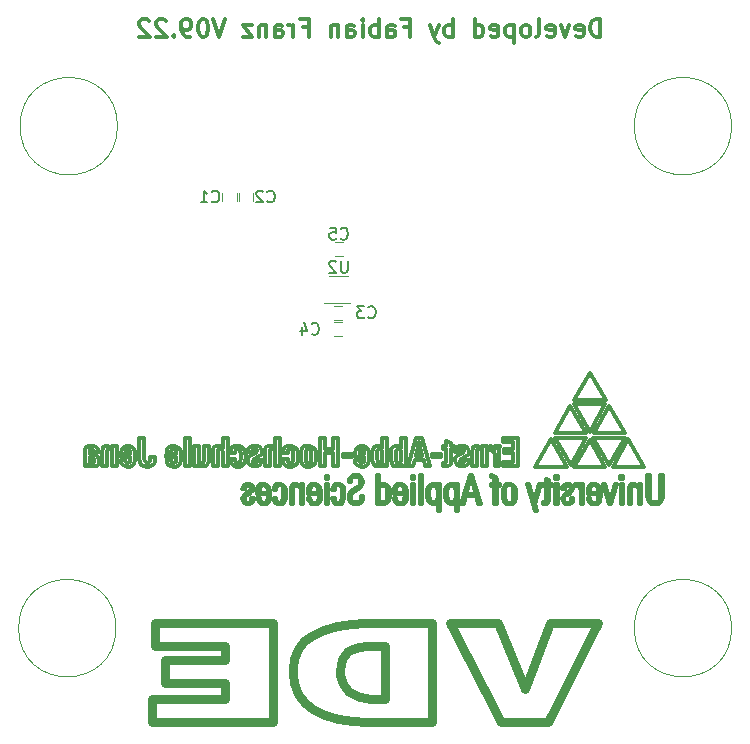
<source format=gbr>
G04 #@! TF.GenerationSoftware,KiCad,Pcbnew,(6.0.1-0)*
G04 #@! TF.CreationDate,2022-09-26T15:25:48+02:00*
G04 #@! TF.ProjectId,avrCubeRev2,61767243-7562-4655-9265-76322e6b6963,rev?*
G04 #@! TF.SameCoordinates,Original*
G04 #@! TF.FileFunction,Legend,Bot*
G04 #@! TF.FilePolarity,Positive*
%FSLAX46Y46*%
G04 Gerber Fmt 4.6, Leading zero omitted, Abs format (unit mm)*
G04 Created by KiCad (PCBNEW (6.0.1-0)) date 2022-09-26 15:25:48*
%MOMM*%
%LPD*%
G01*
G04 APERTURE LIST*
%ADD10C,0.304799*%
%ADD11C,0.800000*%
%ADD12C,0.120000*%
%ADD13C,0.300000*%
%ADD14C,0.150000*%
G04 APERTURE END LIST*
D10*
X99112912Y-92376936D02*
X97765256Y-94697736D01*
X100456232Y-94697736D02*
X99112912Y-92376936D01*
X99112912Y-92376936D02*
X99112912Y-92376936D01*
X87767480Y-102888240D02*
X87771320Y-102716360D01*
X87771320Y-102716360D02*
X87771320Y-102659504D01*
X87771320Y-102659504D02*
X87771320Y-102602208D01*
X87771320Y-102602208D02*
X87766120Y-102431208D01*
X87766120Y-102431208D02*
X87725320Y-102195528D01*
X87725320Y-102195528D02*
X87612920Y-102010632D01*
X87612920Y-102010632D02*
X87447560Y-101936416D01*
X87447560Y-101936416D02*
X87392040Y-101936416D01*
X87392040Y-101936416D02*
X87341640Y-101936416D01*
X87341640Y-101936416D02*
X87190120Y-102005432D01*
X87190120Y-102005432D02*
X87086040Y-102176432D01*
X87086040Y-102176432D02*
X87047800Y-102395616D01*
X87047800Y-102395616D02*
X87042120Y-102555776D01*
X87042120Y-102555776D02*
X87042120Y-102609152D01*
X87042120Y-102609152D02*
X87042120Y-102609152D01*
X85327320Y-102606120D02*
X85327320Y-102534944D01*
X85327320Y-102534944D02*
X85341240Y-102321832D01*
X85341240Y-102321832D02*
X85407240Y-102051864D01*
X85407240Y-102051864D02*
X85562120Y-101849608D01*
X85562120Y-101849608D02*
X85773160Y-101770184D01*
X85773160Y-101770184D02*
X85843320Y-101770184D01*
X85843320Y-101770184D02*
X85904120Y-101770184D01*
X85904120Y-101770184D02*
X86085160Y-101831816D01*
X86085160Y-101831816D02*
X86233160Y-101973304D01*
X86233160Y-101973304D02*
X86256120Y-102013240D01*
X86256120Y-102013240D02*
X86259560Y-101806640D01*
X86259560Y-101806640D02*
X86442760Y-101806640D01*
X86442760Y-101806640D02*
X86438920Y-101838320D01*
X86438920Y-101838320D02*
X86429800Y-102106553D01*
X86429800Y-102106553D02*
X86429800Y-102196400D01*
X86429800Y-102196400D02*
X86429800Y-104124349D01*
X86429800Y-104124349D02*
X86239640Y-104124349D01*
X86239640Y-104124349D02*
X86239640Y-103315320D01*
X86239640Y-103315320D02*
X86214040Y-103350040D01*
X86214040Y-103350040D02*
X86071640Y-103463759D01*
X86071640Y-103463759D02*
X85908040Y-103508463D01*
X85908040Y-103508463D02*
X85853320Y-103508463D01*
X85853320Y-103508463D02*
X85778200Y-103508463D01*
X85778200Y-103508463D02*
X85552120Y-103421657D01*
X85552120Y-103421657D02*
X85395880Y-103202040D01*
X85395880Y-103202040D02*
X85336920Y-102909944D01*
X85336920Y-102909944D02*
X85327320Y-102682072D01*
X85327320Y-102682072D02*
X85327320Y-102606120D01*
X85327320Y-102606120D02*
X85327320Y-102606120D01*
X85520440Y-102609152D02*
X85520440Y-102664704D01*
X85520440Y-102664704D02*
X85522680Y-102832248D01*
X85522680Y-102832248D02*
X85555240Y-103073136D01*
X85555240Y-103073136D02*
X85656760Y-103266272D01*
X85656760Y-103266272D02*
X85814360Y-103345272D01*
X85814360Y-103345272D02*
X85866760Y-103345272D01*
X85866760Y-103345272D02*
X85923640Y-103345272D01*
X85923640Y-103345272D02*
X86093800Y-103278432D01*
X86093800Y-103278432D02*
X86207160Y-103110456D01*
X86207160Y-103110456D02*
X86245640Y-102888240D01*
X86245640Y-102888240D02*
X86249720Y-102716360D01*
X86249720Y-102716360D02*
X86249720Y-102659504D01*
X86249720Y-102659504D02*
X86249720Y-102602208D01*
X86249720Y-102602208D02*
X86244440Y-102431208D01*
X86244440Y-102431208D02*
X86203720Y-102195528D01*
X86203720Y-102195528D02*
X86091240Y-102010632D01*
X86091240Y-102010632D02*
X85925880Y-101936416D01*
X85925880Y-101936416D02*
X85870360Y-101936416D01*
X85870360Y-101936416D02*
X85819880Y-101936416D01*
X85819880Y-101936416D02*
X85668440Y-102005432D01*
X85668440Y-102005432D02*
X85564360Y-102176432D01*
X85564360Y-102176432D02*
X85526120Y-102395616D01*
X85526120Y-102395616D02*
X85520440Y-102555776D01*
X85520440Y-102555776D02*
X85520440Y-102609152D01*
X85520440Y-102609152D02*
X85520440Y-102609152D01*
X84717880Y-101077472D02*
X84908040Y-101077472D01*
X84908040Y-101077472D02*
X84908040Y-103485025D01*
X84908040Y-103485025D02*
X84717880Y-103485025D01*
X84717880Y-103485025D02*
X84717880Y-101077472D01*
X84717880Y-101077472D02*
X84717880Y-101077472D01*
X84022200Y-101114360D02*
X84251800Y-101114360D01*
X84251800Y-101114360D02*
X84251800Y-101366976D01*
X84251800Y-101366976D02*
X84022200Y-101366976D01*
X84022200Y-101366976D02*
X84022200Y-101114360D01*
X84022200Y-101114360D02*
X84022200Y-101114360D01*
X84042120Y-101806640D02*
X84231800Y-101806640D01*
X84231800Y-101806640D02*
X84231800Y-103485025D01*
X84231800Y-103485025D02*
X84042120Y-103485025D01*
X84042120Y-103485025D02*
X84042120Y-101806640D01*
X84042120Y-101806640D02*
X84042120Y-101806640D01*
X82517000Y-102676000D02*
X82517000Y-102608288D01*
X82517000Y-102608288D02*
X82516120Y-102428160D01*
X82516120Y-102428160D02*
X82517000Y-102406032D01*
X82517000Y-102406032D02*
X82519560Y-102345264D01*
X82519560Y-102345264D02*
X82545720Y-102163408D01*
X82545720Y-102163408D02*
X82627240Y-101960720D01*
X82627240Y-101960720D02*
X82787000Y-101821400D01*
X82787000Y-101821400D02*
X82984040Y-101770184D01*
X82984040Y-101770184D02*
X83049560Y-101770184D01*
X83049560Y-101770184D02*
X83132040Y-101770184D01*
X83132040Y-101770184D02*
X83379480Y-101858720D01*
X83379480Y-101858720D02*
X83549560Y-102087449D01*
X83549560Y-102087449D02*
X83613320Y-102399520D01*
X83613320Y-102399520D02*
X83622440Y-102654296D01*
X83622440Y-102654296D02*
X83622440Y-102739360D01*
X83622440Y-102739360D02*
X83622440Y-102814448D01*
X83622440Y-102814448D02*
X83603320Y-103040584D01*
X83603320Y-103040584D02*
X83524760Y-103288408D01*
X83524760Y-103288408D02*
X83357240Y-103456380D01*
X83357240Y-103456380D02*
X83141560Y-103518445D01*
X83141560Y-103518445D02*
X83069480Y-103518445D01*
X83069480Y-103518445D02*
X83005720Y-103518445D01*
X83005720Y-103518445D02*
X82814360Y-103475911D01*
X82814360Y-103475911D02*
X82649800Y-103360025D01*
X82649800Y-103360025D02*
X82560040Y-103186416D01*
X82560040Y-103186416D02*
X82529560Y-103025816D01*
X82529560Y-103025816D02*
X82527000Y-102972440D01*
X82527000Y-102972440D02*
X82716680Y-102972440D01*
X82716680Y-102972440D02*
X82718360Y-103010632D01*
X82718360Y-103010632D02*
X82736120Y-103124784D01*
X82736120Y-103124784D02*
X82789560Y-103249784D01*
X82789560Y-103249784D02*
X82895480Y-103333984D01*
X82895480Y-103333984D02*
X83026120Y-103365234D01*
X83026120Y-103365234D02*
X83069480Y-103365234D01*
X83069480Y-103365234D02*
X83120360Y-103365234D01*
X83120360Y-103365234D02*
X83271800Y-103310984D01*
X83271800Y-103310984D02*
X83378120Y-103170792D01*
X83378120Y-103170792D02*
X83419320Y-102979816D01*
X83419320Y-102979816D02*
X83426200Y-102823992D01*
X83426200Y-102823992D02*
X83426200Y-102772352D01*
X83426200Y-102772352D02*
X83426200Y-102676000D01*
X83426200Y-102676000D02*
X82517000Y-102676000D01*
X82517000Y-102676000D02*
X82517000Y-102676000D01*
X82713560Y-102522784D02*
X83422360Y-102522784D01*
X83422360Y-102522784D02*
X83422360Y-102467664D01*
X83422360Y-102467664D02*
X83414600Y-102320960D01*
X83414600Y-102320960D02*
X83412760Y-102302728D01*
X83412760Y-102302728D02*
X83408920Y-102264976D01*
X83408920Y-102264976D02*
X83381160Y-102153432D01*
X83381160Y-102153432D02*
X83314760Y-102032760D01*
X83314760Y-102032760D02*
X83205800Y-101952472D01*
X83205800Y-101952472D02*
X83086440Y-101923392D01*
X83086440Y-101923392D02*
X83046440Y-101923392D01*
X83046440Y-101923392D02*
X83009560Y-101923392D01*
X83009560Y-101923392D02*
X82897720Y-101955944D01*
X82897720Y-101955944D02*
X82799560Y-102043616D01*
X82799560Y-102043616D02*
X82742200Y-102169048D01*
X82742200Y-102169048D02*
X82719640Y-102278864D01*
X82719640Y-102278864D02*
X82716680Y-102316184D01*
X82716680Y-102316184D02*
X82715320Y-102332688D01*
X82715320Y-102332688D02*
X82713560Y-102475040D01*
X82713560Y-102475040D02*
X82713560Y-102522784D01*
X82713560Y-102522784D02*
X82713560Y-102522784D01*
X81058680Y-103485025D02*
X81060360Y-103458116D01*
X81060360Y-103458116D02*
X81071640Y-103235896D01*
X81071640Y-103235896D02*
X81071640Y-103162112D01*
X81071640Y-103162112D02*
X81071640Y-101077472D01*
X81071640Y-101077472D02*
X81261320Y-101077472D01*
X81261320Y-101077472D02*
X81261320Y-101966792D01*
X81261320Y-101966792D02*
X81280040Y-101935984D01*
X81280040Y-101935984D02*
X81399800Y-101822264D01*
X81399800Y-101822264D02*
X81578200Y-101770184D01*
X81578200Y-101770184D02*
X81637640Y-101770184D01*
X81637640Y-101770184D02*
X81707160Y-101770184D01*
X81707160Y-101770184D02*
X81915480Y-101848744D01*
X81915480Y-101848744D02*
X82078680Y-102049264D01*
X82078680Y-102049264D02*
X82155000Y-102319232D01*
X82155000Y-102319232D02*
X82174120Y-102534072D01*
X82174120Y-102534072D02*
X82174120Y-102606120D01*
X82174120Y-102606120D02*
X82174120Y-102682944D01*
X82174120Y-102682944D02*
X82161560Y-102914272D01*
X82161560Y-102914272D02*
X82096040Y-103207248D01*
X82096040Y-103207248D02*
X81935320Y-103425564D01*
X81935320Y-103425564D02*
X81712360Y-103511501D01*
X81712360Y-103511501D02*
X81637640Y-103511501D01*
X81637640Y-103511501D02*
X81580360Y-103511501D01*
X81580360Y-103511501D02*
X81407560Y-103456814D01*
X81407560Y-103456814D02*
X81270040Y-103324432D01*
X81270040Y-103324432D02*
X81244920Y-103285376D01*
X81244920Y-103285376D02*
X81241320Y-103485025D01*
X81241320Y-103485025D02*
X81058680Y-103485025D01*
X81058680Y-103485025D02*
X81058680Y-103485025D01*
X81251800Y-102659504D02*
X81251800Y-102720704D01*
X81251800Y-102720704D02*
X81259240Y-102905592D01*
X81259240Y-102905592D02*
X81303480Y-103126952D01*
X81303480Y-103126952D02*
X81417560Y-103286672D01*
X81417560Y-103286672D02*
X81580360Y-103348304D01*
X81580360Y-103348304D02*
X81634600Y-103348304D01*
X81634600Y-103348304D02*
X81679800Y-103348304D01*
X81679800Y-103348304D02*
X81813880Y-103293616D01*
X81813880Y-103293616D02*
X81919320Y-103140841D01*
X81919320Y-103140841D02*
X81968760Y-102907328D01*
X81968760Y-102907328D02*
X81981000Y-102683376D01*
X81981000Y-102683376D02*
X81981000Y-102609152D01*
X81981000Y-102609152D02*
X81981000Y-102554472D01*
X81981000Y-102554472D02*
X81973160Y-102390408D01*
X81973160Y-102390408D02*
X81929320Y-102169488D01*
X81929320Y-102169488D02*
X81820760Y-101998488D01*
X81820760Y-101998488D02*
X81668440Y-101929904D01*
X81668440Y-101929904D02*
X81617720Y-101929904D01*
X81617720Y-101929904D02*
X81567800Y-101929904D01*
X81567800Y-101929904D02*
X81417560Y-101986760D01*
X81417560Y-101986760D02*
X81307800Y-102142144D01*
X81307800Y-102142144D02*
X81261320Y-102373920D01*
X81261320Y-102373920D02*
X81251800Y-102587888D01*
X81251800Y-102587888D02*
X81251800Y-102659504D01*
X81251800Y-102659504D02*
X81251800Y-102659504D01*
X78690600Y-102912104D02*
X78690600Y-102843960D01*
X78690600Y-102843960D02*
X78731480Y-102640408D01*
X78731480Y-102640408D02*
X78841640Y-102455504D01*
X78841640Y-102455504D02*
X79003160Y-102319664D01*
X79003160Y-102319664D02*
X79148920Y-102226776D01*
X79148920Y-102226776D02*
X79197160Y-102196400D01*
X79197160Y-102196400D02*
X79243160Y-102167320D01*
X79243160Y-102167320D02*
X79382920Y-102084848D01*
X79382920Y-102084848D02*
X79541640Y-101972440D01*
X79541640Y-101972440D02*
X79652040Y-101824872D01*
X79652040Y-101824872D02*
X79693240Y-101661240D01*
X79693240Y-101661240D02*
X79693240Y-101606984D01*
X79693240Y-101606984D02*
X79693240Y-101564448D01*
X79693240Y-101564448D02*
X79666680Y-101438152D01*
X79666680Y-101438152D02*
X79589480Y-101311416D01*
X79589480Y-101311416D02*
X79465800Y-101231552D01*
X79465800Y-101231552D02*
X79342120Y-101203776D01*
X79342120Y-101203776D02*
X79300440Y-101203776D01*
X79300440Y-101203776D02*
X79252680Y-101203776D01*
X79252680Y-101203776D02*
X79109000Y-101232848D01*
X79109000Y-101232848D02*
X78989640Y-101316616D01*
X78989640Y-101316616D02*
X78928040Y-101446832D01*
X78928040Y-101446832D02*
X78910680Y-101574432D01*
X78910680Y-101574432D02*
X78910680Y-101616976D01*
X78910680Y-101616976D02*
X78910680Y-101670352D01*
X78910680Y-101670352D02*
X78704040Y-101670352D01*
X78704040Y-101670352D02*
X78704040Y-101597008D01*
X78704040Y-101597008D02*
X78704040Y-101534072D01*
X78704040Y-101534072D02*
X78744040Y-101345264D01*
X78744040Y-101345264D02*
X78859000Y-101169048D01*
X78859000Y-101169048D02*
X79044360Y-101064888D01*
X79044360Y-101064888D02*
X79231800Y-101031032D01*
X79231800Y-101031032D02*
X79293880Y-101031032D01*
X79293880Y-101031032D02*
X79355560Y-101031032D01*
X79355560Y-101031032D02*
X79540040Y-101070528D01*
X79540040Y-101070528D02*
X79733560Y-101184672D01*
X79733560Y-101184672D02*
X79860760Y-101367840D01*
X79860760Y-101367840D02*
X79906360Y-101551864D01*
X79906360Y-101551864D02*
X79906360Y-101613496D01*
X79906360Y-101613496D02*
X79906360Y-101679904D01*
X79906360Y-101679904D02*
X79859480Y-101880432D01*
X79859480Y-101880432D02*
X79731000Y-102074872D01*
X79731000Y-102074872D02*
X79538680Y-102228952D01*
X79538680Y-102228952D02*
X79360360Y-102340064D01*
X79360360Y-102340064D02*
X79300440Y-102376520D01*
X79300440Y-102376520D02*
X79262680Y-102399088D01*
X79262680Y-102399088D02*
X79150200Y-102468528D01*
X79150200Y-102468528D02*
X79023480Y-102572696D01*
X79023480Y-102572696D02*
X78936680Y-102715496D01*
X78936680Y-102715496D02*
X78904120Y-102870440D01*
X78904120Y-102870440D02*
X78904120Y-102922096D01*
X78904120Y-102922096D02*
X78904120Y-102967232D01*
X78904120Y-102967232D02*
X78925480Y-103102648D01*
X78925480Y-103102648D02*
X78994440Y-103239800D01*
X78994440Y-103239800D02*
X79118120Y-103327472D01*
X79118120Y-103327472D02*
X79257480Y-103358290D01*
X79257480Y-103358290D02*
X79303880Y-103358290D01*
X79303880Y-103358290D02*
X79356040Y-103358290D01*
X79356040Y-103358290D02*
X79511800Y-103321400D01*
X79511800Y-103321400D02*
X79641160Y-103218528D01*
X79641160Y-103218528D02*
X79707560Y-103060544D01*
X79707560Y-103060544D02*
X79726200Y-102909072D01*
X79726200Y-102909072D02*
X79726200Y-102858720D01*
X79726200Y-102858720D02*
X79726200Y-102832248D01*
X79726200Y-102832248D02*
X79936200Y-102832248D01*
X79936200Y-102832248D02*
X79936200Y-102858720D01*
X79936200Y-102858720D02*
X79936200Y-102930776D01*
X79936200Y-102930776D02*
X79900200Y-103147784D01*
X79900200Y-103147784D02*
X79787000Y-103358723D01*
X79787000Y-103358723D02*
X79589480Y-103487630D01*
X79589480Y-103487630D02*
X79372920Y-103531466D01*
X79372920Y-103531466D02*
X79300440Y-103531466D01*
X79300440Y-103531466D02*
X79237480Y-103531466D01*
X79237480Y-103531466D02*
X79047800Y-103489800D01*
X79047800Y-103489800D02*
X78855560Y-103369140D01*
X78855560Y-103369140D02*
X78733560Y-103174696D01*
X78733560Y-103174696D02*
X78690600Y-102977648D01*
X78690600Y-102977648D02*
X78690600Y-102912104D01*
X78690600Y-102912104D02*
X78690600Y-102912104D01*
X77322600Y-102282760D02*
X77323880Y-102228088D01*
X77323880Y-102228088D02*
X77346920Y-102064888D01*
X77346920Y-102064888D02*
X77421480Y-101903864D01*
X77421480Y-101903864D02*
X77563880Y-101804040D01*
X77563880Y-101804040D02*
X77735320Y-101770184D01*
X77735320Y-101770184D02*
X77792120Y-101770184D01*
X77792120Y-101770184D02*
X77870360Y-101770184D01*
X77870360Y-101770184D02*
X78104200Y-101849176D01*
X78104200Y-101849176D02*
X78267880Y-102054472D01*
X78267880Y-102054472D02*
X78330760Y-102337448D01*
X78330760Y-102337448D02*
X78341240Y-102570960D01*
X78341240Y-102570960D02*
X78341240Y-102649088D01*
X78341240Y-102649088D02*
X78341240Y-102736760D01*
X78341240Y-102736760D02*
X78327320Y-102999784D01*
X78327320Y-102999784D02*
X78258760Y-103274520D01*
X78258760Y-103274520D02*
X78095560Y-103454210D01*
X78095560Y-103454210D02*
X77872920Y-103518445D01*
X77872920Y-103518445D02*
X77798680Y-103518445D01*
X77798680Y-103518445D02*
X77744440Y-103518445D01*
X77744440Y-103518445D02*
X77581640Y-103481120D01*
X77581640Y-103481120D02*
X77435000Y-103375216D01*
X77435000Y-103375216D02*
X77352040Y-103210288D01*
X77352040Y-103210288D02*
X77325560Y-103048824D01*
X77325560Y-103048824D02*
X77325560Y-102995440D01*
X77325560Y-102995440D02*
X77515240Y-102995440D01*
X77515240Y-102995440D02*
X77516600Y-103031896D01*
X77516600Y-103031896D02*
X77530040Y-103141273D01*
X77530040Y-103141273D02*
X77573480Y-103258896D01*
X77573480Y-103258896D02*
X77661160Y-103336584D01*
X77661160Y-103336584D02*
X77771800Y-103365234D01*
X77771800Y-103365234D02*
X77808680Y-103365234D01*
X77808680Y-103365234D02*
X77847240Y-103365234D01*
X77847240Y-103365234D02*
X77961880Y-103334848D01*
X77961880Y-103334848D02*
X78065160Y-103224608D01*
X78065160Y-103224608D02*
X78123320Y-103006728D01*
X78123320Y-103006728D02*
X78141560Y-102741096D01*
X78141560Y-102741096D02*
X78141560Y-102652560D01*
X78141560Y-102652560D02*
X78141560Y-102587448D01*
X78141560Y-102587448D02*
X78135000Y-102392144D01*
X78135000Y-102392144D02*
X78095160Y-102157760D01*
X78095160Y-102157760D02*
X77992680Y-101988496D01*
X77992680Y-101988496D02*
X77847240Y-101923392D01*
X77847240Y-101923392D02*
X77798680Y-101923392D01*
X77798680Y-101923392D02*
X77763160Y-101923392D01*
X77763160Y-101923392D02*
X77655480Y-101950304D01*
X77655480Y-101950304D02*
X77568200Y-102025384D01*
X77568200Y-102025384D02*
X77524360Y-102139544D01*
X77524360Y-102139544D02*
X77512200Y-102246744D01*
X77512200Y-102246744D02*
X77512200Y-102282760D01*
X77512200Y-102282760D02*
X77322600Y-102282760D01*
X77322600Y-102282760D02*
X77322600Y-102282760D01*
X76756120Y-101114360D02*
X76985800Y-101114360D01*
X76985800Y-101114360D02*
X76985800Y-101366976D01*
X76985800Y-101366976D02*
X76756120Y-101366976D01*
X76756120Y-101366976D02*
X76756120Y-101114360D01*
X76756120Y-101114360D02*
X76756120Y-101114360D01*
X76776600Y-101806640D02*
X76965800Y-101806640D01*
X76965800Y-101806640D02*
X76965800Y-103485025D01*
X76965800Y-103485025D02*
X76776600Y-103485025D01*
X76776600Y-103485025D02*
X76776600Y-101806640D01*
X76776600Y-101806640D02*
X76776600Y-101806640D01*
X75250920Y-102676000D02*
X75250920Y-102608288D01*
X75250920Y-102608288D02*
X75250440Y-102428160D01*
X75250440Y-102428160D02*
X75250920Y-102406032D01*
X75250920Y-102406032D02*
X75253560Y-102345264D01*
X75253560Y-102345264D02*
X75280040Y-102163408D01*
X75280040Y-102163408D02*
X75361560Y-101960720D01*
X75361560Y-101960720D02*
X75521320Y-101821400D01*
X75521320Y-101821400D02*
X75718360Y-101770184D01*
X75718360Y-101770184D02*
X75783880Y-101770184D01*
X75783880Y-101770184D02*
X75866360Y-101770184D01*
X75866360Y-101770184D02*
X76113800Y-101858720D01*
X76113800Y-101858720D02*
X76283880Y-102087449D01*
X76283880Y-102087449D02*
X76347720Y-102399520D01*
X76347720Y-102399520D02*
X76356760Y-102654296D01*
X76356760Y-102654296D02*
X76356760Y-102739360D01*
X76356760Y-102739360D02*
X76356760Y-102814448D01*
X76356760Y-102814448D02*
X76337800Y-103040584D01*
X76337800Y-103040584D02*
X76259240Y-103288408D01*
X76259240Y-103288408D02*
X76091240Y-103456380D01*
X76091240Y-103456380D02*
X75875880Y-103518445D01*
X75875880Y-103518445D02*
X75803880Y-103518445D01*
X75803880Y-103518445D02*
X75740120Y-103518445D01*
X75740120Y-103518445D02*
X75548680Y-103475911D01*
X75548680Y-103475911D02*
X75384200Y-103360025D01*
X75384200Y-103360025D02*
X75294360Y-103186416D01*
X75294360Y-103186416D02*
X75263880Y-103025816D01*
X75263880Y-103025816D02*
X75261320Y-102972440D01*
X75261320Y-102972440D02*
X75451000Y-102972440D01*
X75451000Y-102972440D02*
X75452760Y-103010632D01*
X75452760Y-103010632D02*
X75470600Y-103124784D01*
X75470600Y-103124784D02*
X75523880Y-103249784D01*
X75523880Y-103249784D02*
X75629480Y-103333984D01*
X75629480Y-103333984D02*
X75760440Y-103365234D01*
X75760440Y-103365234D02*
X75803880Y-103365234D01*
X75803880Y-103365234D02*
X75854680Y-103365234D01*
X75854680Y-103365234D02*
X76005720Y-103310984D01*
X76005720Y-103310984D02*
X76112040Y-103170792D01*
X76112040Y-103170792D02*
X76153240Y-102979816D01*
X76153240Y-102979816D02*
X76160200Y-102823992D01*
X76160200Y-102823992D02*
X76160200Y-102772352D01*
X76160200Y-102772352D02*
X76160200Y-102676000D01*
X76160200Y-102676000D02*
X75250920Y-102676000D01*
X75250920Y-102676000D02*
X75250920Y-102676000D01*
X75447560Y-102522784D02*
X76156760Y-102522784D01*
X76156760Y-102522784D02*
X76156760Y-102467664D01*
X76156760Y-102467664D02*
X76148440Y-102320960D01*
X76148440Y-102320960D02*
X76146760Y-102302728D01*
X76146760Y-102302728D02*
X76142920Y-102264976D01*
X76142920Y-102264976D02*
X76115160Y-102153432D01*
X76115160Y-102153432D02*
X76049160Y-102032760D01*
X76049160Y-102032760D02*
X75940120Y-101952472D01*
X75940120Y-101952472D02*
X75820360Y-101923392D01*
X75820360Y-101923392D02*
X75780440Y-101923392D01*
X75780440Y-101923392D02*
X75743560Y-101923392D01*
X75743560Y-101923392D02*
X75632040Y-101955944D01*
X75632040Y-101955944D02*
X75533880Y-102043616D01*
X75533880Y-102043616D02*
X75476680Y-102169048D01*
X75476680Y-102169048D02*
X75454040Y-102278864D01*
X75454040Y-102278864D02*
X75451000Y-102316184D01*
X75451000Y-102316184D02*
X75449720Y-102332688D01*
X75449720Y-102332688D02*
X75447560Y-102475040D01*
X75447560Y-102475040D02*
X75447560Y-102522784D01*
X75447560Y-102522784D02*
X75447560Y-102522784D01*
X73776120Y-103485025D02*
X73776120Y-102299696D01*
X73776120Y-102299696D02*
X73776120Y-102246744D01*
X73776120Y-102246744D02*
X73799160Y-102088761D01*
X73799160Y-102088761D02*
X73875000Y-101921216D01*
X73875000Y-101921216D02*
X74013880Y-101810104D01*
X74013880Y-101810104D02*
X74172760Y-101770184D01*
X74172760Y-101770184D02*
X74225800Y-101770184D01*
X74225800Y-101770184D02*
X74290920Y-101770184D01*
X74290920Y-101770184D02*
X74484920Y-101841792D01*
X74484920Y-101841792D02*
X74643720Y-101995440D01*
X74643720Y-101995440D02*
X74668440Y-102036672D01*
X74668440Y-102036672D02*
X74671880Y-101806640D01*
X74671880Y-101806640D02*
X74855160Y-101806640D01*
X74855160Y-101806640D02*
X74852920Y-101840496D01*
X74852920Y-101840496D02*
X74841640Y-102127385D01*
X74841640Y-102127385D02*
X74841640Y-102223304D01*
X74841640Y-102223304D02*
X74841640Y-103485025D01*
X74841640Y-103485025D02*
X74651560Y-103485025D01*
X74651560Y-103485025D02*
X74651560Y-102499352D01*
X74651560Y-102499352D02*
X74651560Y-102448992D01*
X74651560Y-102448992D02*
X74634600Y-102298832D01*
X74634600Y-102298832D02*
X74573480Y-102117841D01*
X74573480Y-102117841D02*
X74454040Y-101986760D01*
X74454040Y-101986760D02*
X74310360Y-101936416D01*
X74310360Y-101936416D02*
X74262200Y-101936416D01*
X74262200Y-101936416D02*
X74218760Y-101936416D01*
X74218760Y-101936416D02*
X74088120Y-101983288D01*
X74088120Y-101983288D02*
X74000440Y-102103952D01*
X74000440Y-102103952D02*
X73969640Y-102266704D01*
X73969640Y-102266704D02*
X73965800Y-102396048D01*
X73965800Y-102396048D02*
X73965800Y-102439448D01*
X73965800Y-102439448D02*
X73965800Y-103485025D01*
X73965800Y-103485025D02*
X73776120Y-103485025D01*
X73776120Y-103485025D02*
X73776120Y-103485025D01*
X72344201Y-102282760D02*
X72345560Y-102228088D01*
X72345560Y-102228088D02*
X72369001Y-102064888D01*
X72369001Y-102064888D02*
X72443240Y-101903864D01*
X72443240Y-101903864D02*
X72586040Y-101804040D01*
X72586040Y-101804040D02*
X72757000Y-101770184D01*
X72757000Y-101770184D02*
X72813880Y-101770184D01*
X72813880Y-101770184D02*
X72892040Y-101770184D01*
X72892040Y-101770184D02*
X73125880Y-101849176D01*
X73125880Y-101849176D02*
X73290040Y-102054472D01*
X73290040Y-102054472D02*
X73352920Y-102337448D01*
X73352920Y-102337448D02*
X73363320Y-102570960D01*
X73363320Y-102570960D02*
X73363320Y-102649088D01*
X73363320Y-102649088D02*
X73363320Y-102736760D01*
X73363320Y-102736760D02*
X73349480Y-102999784D01*
X73349480Y-102999784D02*
X73280440Y-103274520D01*
X73280440Y-103274520D02*
X73117240Y-103454210D01*
X73117240Y-103454210D02*
X72894600Y-103518445D01*
X72894600Y-103518445D02*
X72820361Y-103518445D01*
X72820361Y-103518445D02*
X72766121Y-103518445D01*
X72766121Y-103518445D02*
X72603320Y-103481120D01*
X72603320Y-103481120D02*
X72456680Y-103375216D01*
X72456680Y-103375216D02*
X72373800Y-103210288D01*
X72373800Y-103210288D02*
X72347241Y-103048824D01*
X72347241Y-103048824D02*
X72347241Y-102995440D01*
X72347241Y-102995440D02*
X72537320Y-102995440D01*
X72537320Y-102995440D02*
X72538681Y-103031896D01*
X72538681Y-103031896D02*
X72552120Y-103141273D01*
X72552120Y-103141273D02*
X72595560Y-103258896D01*
X72595560Y-103258896D02*
X72683240Y-103336584D01*
X72683240Y-103336584D02*
X72793880Y-103365234D01*
X72793880Y-103365234D02*
X72830360Y-103365234D01*
X72830360Y-103365234D02*
X72869001Y-103365234D01*
X72869001Y-103365234D02*
X72983560Y-103334848D01*
X72983560Y-103334848D02*
X73086920Y-103224608D01*
X73086920Y-103224608D02*
X73145000Y-103006728D01*
X73145000Y-103006728D02*
X73163240Y-102741096D01*
X73163240Y-102741096D02*
X73163240Y-102652560D01*
X73163240Y-102652560D02*
X73163240Y-102587448D01*
X73163240Y-102587448D02*
X73156760Y-102392144D01*
X73156760Y-102392144D02*
X73116761Y-102157760D01*
X73116761Y-102157760D02*
X73014760Y-101988496D01*
X73014760Y-101988496D02*
X72869001Y-101923392D01*
X72869001Y-101923392D02*
X72820361Y-101923392D01*
X72820361Y-101923392D02*
X72784760Y-101923392D01*
X72784760Y-101923392D02*
X72677561Y-101950304D01*
X72677561Y-101950304D02*
X72589881Y-102025384D01*
X72589881Y-102025384D02*
X72546120Y-102139544D01*
X72546120Y-102139544D02*
X72533880Y-102246744D01*
X72533880Y-102246744D02*
X72533880Y-102282760D01*
X72533880Y-102282760D02*
X72344201Y-102282760D01*
X72344201Y-102282760D02*
X72344201Y-102282760D01*
X70949240Y-102676000D02*
X70949240Y-102608288D01*
X70949240Y-102608288D02*
X70948440Y-102428160D01*
X70948440Y-102428160D02*
X70949240Y-102406032D01*
X70949240Y-102406032D02*
X70951880Y-102345264D01*
X70951880Y-102345264D02*
X70977880Y-102163408D01*
X70977880Y-102163408D02*
X71059560Y-101960720D01*
X71059560Y-101960720D02*
X71219640Y-101821400D01*
X71219640Y-101821400D02*
X71416360Y-101770184D01*
X71416360Y-101770184D02*
X71481800Y-101770184D01*
X71481800Y-101770184D02*
X71564360Y-101770184D01*
X71564360Y-101770184D02*
X71811720Y-101858720D01*
X71811720Y-101858720D02*
X71981801Y-102087449D01*
X71981801Y-102087449D02*
X72045241Y-102399520D01*
X72045241Y-102399520D02*
X72054360Y-102654296D01*
X72054360Y-102654296D02*
X72054360Y-102739360D01*
X72054360Y-102739360D02*
X72054360Y-102814448D01*
X72054360Y-102814448D02*
X72035240Y-103040584D01*
X72035240Y-103040584D02*
X71956680Y-103288408D01*
X71956680Y-103288408D02*
X71789160Y-103456380D01*
X71789160Y-103456380D02*
X71573880Y-103518445D01*
X71573880Y-103518445D02*
X71501800Y-103518445D01*
X71501800Y-103518445D02*
X71438040Y-103518445D01*
X71438040Y-103518445D02*
X71246120Y-103475911D01*
X71246120Y-103475911D02*
X71082120Y-103360025D01*
X71082120Y-103360025D02*
X70992200Y-103186416D01*
X70992200Y-103186416D02*
X70961880Y-103025816D01*
X70961880Y-103025816D02*
X70959240Y-102972440D01*
X70959240Y-102972440D02*
X71148920Y-102972440D01*
X71148920Y-102972440D02*
X71150680Y-103010632D01*
X71150680Y-103010632D02*
X71168040Y-103124784D01*
X71168040Y-103124784D02*
X71221880Y-103249784D01*
X71221880Y-103249784D02*
X71327320Y-103333984D01*
X71327320Y-103333984D02*
X71458360Y-103365234D01*
X71458360Y-103365234D02*
X71501800Y-103365234D01*
X71501800Y-103365234D02*
X71552600Y-103365234D01*
X71552600Y-103365234D02*
X71703640Y-103310984D01*
X71703640Y-103310984D02*
X71810041Y-103170792D01*
X71810041Y-103170792D02*
X71851240Y-102979816D01*
X71851240Y-102979816D02*
X71858121Y-102823992D01*
X71858121Y-102823992D02*
X71858121Y-102772352D01*
X71858121Y-102772352D02*
X71858121Y-102676000D01*
X71858121Y-102676000D02*
X70949240Y-102676000D01*
X70949240Y-102676000D02*
X70949240Y-102676000D01*
X71145480Y-102522784D02*
X71854680Y-102522784D01*
X71854680Y-102522784D02*
X71854680Y-102467664D01*
X71854680Y-102467664D02*
X71846920Y-102320960D01*
X71846920Y-102320960D02*
X71845161Y-102302728D01*
X71845161Y-102302728D02*
X71841240Y-102264976D01*
X71841240Y-102264976D02*
X71813000Y-102153432D01*
X71813000Y-102153432D02*
X71746601Y-102032760D01*
X71746601Y-102032760D02*
X71638120Y-101952472D01*
X71638120Y-101952472D02*
X71518360Y-101923392D01*
X71518360Y-101923392D02*
X71478360Y-101923392D01*
X71478360Y-101923392D02*
X71441480Y-101923392D01*
X71441480Y-101923392D02*
X71329880Y-101955944D01*
X71329880Y-101955944D02*
X71231480Y-102043616D01*
X71231480Y-102043616D02*
X71174600Y-102169048D01*
X71174600Y-102169048D02*
X71152040Y-102278864D01*
X71152040Y-102278864D02*
X71148920Y-102316184D01*
X71148920Y-102316184D02*
X71147640Y-102332688D01*
X71147640Y-102332688D02*
X71145480Y-102475040D01*
X71145480Y-102475040D02*
X71145480Y-102522784D01*
X71145480Y-102522784D02*
X71145480Y-102522784D01*
X69693640Y-103038840D02*
X69693640Y-102993272D01*
X69693640Y-102993272D02*
X69729240Y-102856984D01*
X69729240Y-102856984D02*
X69820760Y-102722008D01*
X69820760Y-102722008D02*
X69948040Y-102620008D01*
X69948040Y-102620008D02*
X70054360Y-102555776D01*
X70054360Y-102555776D02*
X70089880Y-102535808D01*
X70089880Y-102535808D02*
X70131560Y-102512376D01*
X70131560Y-102512376D02*
X70312600Y-102390408D01*
X70312600Y-102390408D02*
X70409800Y-102234592D01*
X70409800Y-102234592D02*
X70409800Y-102182944D01*
X70409800Y-102182944D02*
X70409800Y-102136497D01*
X70409800Y-102136497D02*
X70342600Y-101997176D01*
X70342600Y-101997176D02*
X70205800Y-101926432D01*
X70205800Y-101926432D02*
X70159800Y-101926432D01*
X70159800Y-101926432D02*
X70113320Y-101926432D01*
X70113320Y-101926432D02*
X69972680Y-101984152D01*
X69972680Y-101984152D02*
X69905480Y-102107417D01*
X69905480Y-102107417D02*
X69900200Y-102139976D01*
X69900200Y-102139976D02*
X69898920Y-102149088D01*
X69898920Y-102149088D02*
X69893720Y-102229384D01*
X69893720Y-102229384D02*
X69893720Y-102256296D01*
X69893720Y-102256296D02*
X69703640Y-102256296D01*
X69703640Y-102256296D02*
X69704440Y-102244576D01*
X69704440Y-102244576D02*
X69708760Y-102139976D01*
X69708760Y-102139976D02*
X69710600Y-102129984D01*
X69710600Y-102129984D02*
X69719640Y-102067488D01*
X69719640Y-102067488D02*
X69843800Y-101856120D01*
X69843800Y-101856120D02*
X70070760Y-101770184D01*
X70070760Y-101770184D02*
X70146360Y-101770184D01*
X70146360Y-101770184D02*
X70192360Y-101770184D01*
X70192360Y-101770184D02*
X70329880Y-101796648D01*
X70329880Y-101796648D02*
X70473160Y-101876088D01*
X70473160Y-101876088D02*
X70566440Y-102007160D01*
X70566440Y-102007160D02*
X70599480Y-102143872D01*
X70599480Y-102143872D02*
X70599480Y-102189448D01*
X70599480Y-102189448D02*
X70599480Y-102236328D01*
X70599480Y-102236328D02*
X70561240Y-102378248D01*
X70561240Y-102378248D02*
X70461880Y-102510200D01*
X70461880Y-102510200D02*
X70325560Y-102606984D01*
X70325560Y-102606984D02*
X70214040Y-102668616D01*
X70214040Y-102668616D02*
X70176680Y-102689448D01*
X70176680Y-102689448D02*
X70135000Y-102712448D01*
X70135000Y-102712448D02*
X69969640Y-102832248D01*
X69969640Y-102832248D02*
X69887240Y-103014544D01*
X69887240Y-103014544D02*
X69887240Y-103075304D01*
X69887240Y-103075304D02*
X69887240Y-103128688D01*
X69887240Y-103128688D02*
X69962360Y-103290144D01*
X69962360Y-103290144D02*
X70123320Y-103365234D01*
X70123320Y-103365234D02*
X70176680Y-103365234D01*
X70176680Y-103365234D02*
X70226680Y-103365234D01*
X70226680Y-103365234D02*
X70375000Y-103296656D01*
X70375000Y-103296656D02*
X70448440Y-103141713D01*
X70448440Y-103141713D02*
X70453240Y-103098744D01*
X70453240Y-103098744D02*
X70454040Y-103089624D01*
X70454040Y-103089624D02*
X70456200Y-103011496D01*
X70456200Y-103011496D02*
X70456200Y-102985464D01*
X70456200Y-102985464D02*
X70646360Y-102985464D01*
X70646360Y-102985464D02*
X70646360Y-103018008D01*
X70646360Y-103018008D02*
X70643720Y-103105248D01*
X70643720Y-103105248D02*
X70642920Y-103115664D01*
X70642920Y-103115664D02*
X70638120Y-103158200D01*
X70638120Y-103158200D02*
X70600760Y-103284936D01*
X70600760Y-103284936D02*
X70514760Y-103411676D01*
X70514760Y-103411676D02*
X70375880Y-103490668D01*
X70375880Y-103490668D02*
X70226680Y-103518445D01*
X70226680Y-103518445D02*
X70176680Y-103518445D01*
X70176680Y-103518445D02*
X70124680Y-103518445D01*
X70124680Y-103518445D02*
X69967880Y-103487630D01*
X69967880Y-103487630D02*
X69816920Y-103396917D01*
X69816920Y-103396917D02*
X69724920Y-103247176D01*
X69724920Y-103247176D02*
X69693640Y-103090928D01*
X69693640Y-103090928D02*
X69693640Y-103038840D01*
X69693640Y-103038840D02*
X69693640Y-103038840D01*
X98765688Y-97510632D02*
X97456672Y-95230216D01*
X97456672Y-95230216D02*
X96132440Y-97510632D01*
X96132440Y-97510632D02*
X98765688Y-97510632D01*
X98765688Y-97510632D02*
X98765688Y-97510632D01*
X96168920Y-97870872D02*
X97481400Y-100157760D01*
X97481400Y-100157760D02*
X98809088Y-97870872D01*
X98809088Y-97870872D02*
X96168920Y-97870872D01*
X96168920Y-97870872D02*
X96168920Y-97870872D01*
X99099888Y-97369576D02*
X100442344Y-95057976D01*
X100442344Y-95057976D02*
X97773072Y-95057976D01*
X97773072Y-95057976D02*
X99099888Y-97369576D01*
X99099888Y-97369576D02*
X99099888Y-97369576D01*
X99434968Y-97510632D02*
X102084272Y-97510632D01*
X102084272Y-97510632D02*
X100761792Y-95225496D01*
X100761792Y-95225496D02*
X99434968Y-97510632D01*
X99434968Y-97510632D02*
X99434968Y-97510632D01*
X99388088Y-97870872D02*
X100712744Y-100179040D01*
X100712744Y-100179040D02*
X102053024Y-97870872D01*
X102053024Y-97870872D02*
X99388088Y-97870872D01*
X99388088Y-97870872D02*
X99388088Y-97870872D01*
X101042600Y-100328776D02*
X103715344Y-100328776D01*
X103715344Y-100328776D02*
X102381144Y-98023648D01*
X102381144Y-98023648D02*
X101042600Y-100328776D01*
X101042600Y-100328776D02*
X101042600Y-100328776D01*
X99098592Y-98090064D02*
X97798680Y-100328776D01*
X97798680Y-100328776D02*
X100383312Y-100328776D01*
X100383312Y-100328776D02*
X99098592Y-98090064D01*
X99098592Y-98090064D02*
X99098592Y-98090064D01*
X95837720Y-98017576D02*
X94495720Y-100329208D01*
X94495720Y-100329208D02*
X97164600Y-100329208D01*
X97164600Y-100329208D02*
X95837720Y-98017576D01*
X95837720Y-98017576D02*
X95837720Y-98017576D01*
X97765256Y-94697736D02*
X100456232Y-94697736D01*
X91469720Y-98639976D02*
X91466680Y-98753688D01*
X91466680Y-98753688D02*
X91463160Y-98867408D01*
X91463160Y-98867408D02*
X91463160Y-98905592D01*
X91463160Y-98905592D02*
X91463160Y-100282328D01*
X91463160Y-100282328D02*
X91049560Y-100282328D01*
X91049560Y-100282328D02*
X91049560Y-99342232D01*
X91049560Y-99342232D02*
X91049560Y-99299696D01*
X91049560Y-99299696D02*
X91032200Y-99172960D01*
X91032200Y-99172960D02*
X90972680Y-99044920D01*
X91766120Y-98205504D02*
X91766120Y-97872176D01*
X91766120Y-97872176D02*
X93026120Y-97872176D01*
X92583000Y-98205504D02*
X91766120Y-98205504D01*
X99125072Y-102522784D02*
X99834704Y-102522784D01*
X99834704Y-102522784D02*
X99834704Y-102467664D01*
X99834704Y-102467664D02*
X99826456Y-102320960D01*
X99826456Y-102320960D02*
X99824728Y-102302728D01*
X99837744Y-102823992D02*
X99837744Y-102772352D01*
X99837744Y-102772352D02*
X99837744Y-102676000D01*
X99837744Y-102676000D02*
X98928888Y-102676000D01*
X98928888Y-102676000D02*
X98928888Y-102676000D01*
X99532624Y-103365234D02*
X99683656Y-103310984D01*
X99683656Y-103310984D02*
X99789568Y-103170792D01*
X99789568Y-103170792D02*
X99830800Y-102979816D01*
X99830800Y-102979816D02*
X99837744Y-102823992D01*
X99201456Y-103249784D02*
X99307360Y-103333984D01*
X99307360Y-103333984D02*
X99438432Y-103365234D01*
X99438432Y-103365234D02*
X99481832Y-103365234D01*
X99481832Y-103365234D02*
X99532624Y-103365234D01*
X98938872Y-102972440D02*
X99128976Y-102972440D01*
X99128976Y-102972440D02*
X99130712Y-103010632D01*
X99130712Y-103010632D02*
X99148072Y-103124784D01*
X99148072Y-103124784D02*
X99201456Y-103249784D01*
X99154144Y-102169048D02*
X99132016Y-102278864D01*
X99226200Y-103475911D02*
X99062136Y-103360025D01*
X99062136Y-103360025D02*
X98971856Y-103186416D01*
X98971856Y-103186416D02*
X98941480Y-103025816D01*
X98941480Y-103025816D02*
X98938872Y-102972440D01*
X99132016Y-102278864D02*
X99128976Y-102316184D01*
X99769168Y-103456380D02*
X99553888Y-103518445D01*
X99553888Y-103518445D02*
X99481832Y-103518445D01*
X99481832Y-103518445D02*
X99418032Y-103518445D01*
X99418032Y-103518445D02*
X99226200Y-103475911D01*
X100034360Y-102654296D02*
X100034360Y-102739360D01*
X100034360Y-102739360D02*
X100034360Y-102814448D01*
X100034360Y-102814448D02*
X100015256Y-103040584D01*
X100015256Y-103040584D02*
X99936704Y-103288408D01*
X99936704Y-103288408D02*
X99769168Y-103456380D01*
X99791304Y-101858720D02*
X99961432Y-102087449D01*
X99961432Y-102087449D02*
X100025248Y-102399520D01*
X100025248Y-102399520D02*
X100034360Y-102654296D01*
X99199288Y-101821400D02*
X99395904Y-101770184D01*
X99395904Y-101770184D02*
X99461432Y-101770184D01*
X99461432Y-101770184D02*
X99543904Y-101770184D01*
X99543904Y-101770184D02*
X99791304Y-101858720D01*
X98931488Y-102345264D02*
X98957536Y-102163408D01*
X98957536Y-102163408D02*
X99039568Y-101960720D01*
X99039568Y-101960720D02*
X99199288Y-101821400D01*
X98928888Y-102608288D02*
X98928024Y-102428160D01*
X98928024Y-102428160D02*
X98928888Y-102406032D01*
X98928888Y-102406032D02*
X98931488Y-102345264D01*
X100936704Y-103485025D02*
X100720128Y-103485025D01*
X100720128Y-103485025D02*
X100247472Y-101806640D01*
X100247472Y-101806640D02*
X100247472Y-101806640D01*
X98928888Y-102676000D02*
X98928888Y-102608288D01*
X100823424Y-103271920D02*
X101206232Y-101806640D01*
X101206232Y-101806640D02*
X101412824Y-101806640D01*
X101412824Y-101806640D02*
X100936704Y-103485025D01*
X101722288Y-101806640D02*
X101722288Y-101806640D01*
X100247472Y-101806640D02*
X100430624Y-101806640D01*
X100430624Y-101806640D02*
X100823424Y-103271920D01*
X101722288Y-101806640D02*
X101912392Y-101806640D01*
X101912392Y-101806640D02*
X101912392Y-103485025D01*
X101912392Y-103485025D02*
X101722288Y-103485025D01*
X101722288Y-103485025D02*
X101722288Y-101806640D01*
X101932360Y-101366976D02*
X101702328Y-101366976D01*
X101702328Y-101366976D02*
X101702328Y-101114360D01*
X101702328Y-101114360D02*
X101702328Y-101114360D01*
X102391560Y-103485025D02*
X102391560Y-103485025D01*
X101702328Y-101114360D02*
X101932360Y-101114360D01*
X101932360Y-101114360D02*
X101932360Y-101366976D01*
X102585568Y-102266704D02*
X102581672Y-102396048D01*
X102581672Y-102396048D02*
X102581672Y-102439448D01*
X102581672Y-102439448D02*
X102581672Y-103485025D01*
X102581672Y-103485025D02*
X102391560Y-103485025D01*
X102834704Y-101936416D02*
X102704056Y-101983288D01*
X102704056Y-101983288D02*
X102616392Y-102103952D01*
X102616392Y-102103952D02*
X102585568Y-102266704D01*
X90622920Y-98572264D02*
X90642920Y-98572264D01*
X90642920Y-98572264D02*
X90706200Y-98572264D01*
X91826440Y-99189016D02*
X91826440Y-98862200D01*
X93026120Y-100282328D02*
X91739720Y-100282328D01*
X91739720Y-100282328D02*
X91739720Y-100282328D01*
X90622920Y-98942048D02*
X90622920Y-98572264D01*
X99211432Y-102043616D02*
X99154144Y-102169048D01*
X90706200Y-98572264D02*
X90896360Y-98626520D01*
X90896360Y-98626520D02*
X91046440Y-98772784D01*
X91046440Y-98772784D02*
X91069480Y-98818792D01*
X93026120Y-97872176D02*
X93026120Y-100282328D01*
X99824728Y-102302728D02*
X99820816Y-102264976D01*
X99820816Y-102264976D02*
X99793032Y-102153432D01*
X99793032Y-102153432D02*
X99726632Y-102032760D01*
X99726632Y-102032760D02*
X99617688Y-101952472D01*
X99617688Y-101952472D02*
X99498336Y-101923392D01*
X99498336Y-101923392D02*
X99458400Y-101923392D01*
X92583000Y-99189016D02*
X91826440Y-99189016D01*
X99458400Y-101923392D02*
X99421512Y-101923392D01*
X99421512Y-101923392D02*
X99309536Y-101955944D01*
X99309536Y-101955944D02*
X99211432Y-102043616D01*
X87615560Y-103278432D02*
X87728760Y-103110456D01*
X87044360Y-102832248D02*
X87076920Y-103073136D01*
X87076920Y-103073136D02*
X87178440Y-103266272D01*
X87178440Y-103266272D02*
X87336040Y-103345272D01*
X87388600Y-103345272D02*
X87445320Y-103345272D01*
X86849000Y-102606120D02*
X86849000Y-102606120D01*
X87042120Y-102609152D02*
X87042120Y-102664704D01*
X87042120Y-102664704D02*
X87044360Y-102832248D01*
X86917560Y-103202040D02*
X86858600Y-102909944D01*
X86858600Y-102909944D02*
X86849000Y-102682072D01*
X86849000Y-102682072D02*
X86849000Y-102606120D01*
X87445320Y-103345272D02*
X87615560Y-103278432D01*
X87375000Y-103508463D02*
X87300040Y-103508463D01*
X87300040Y-103508463D02*
X87073880Y-103421657D01*
X87073880Y-103421657D02*
X86917560Y-103202040D01*
X87728760Y-103110456D02*
X87767480Y-102888240D01*
X87735800Y-103350040D02*
X87593800Y-103463759D01*
X87593800Y-103463759D02*
X87429800Y-103508463D01*
X87429800Y-103508463D02*
X87375000Y-103508463D01*
X87951000Y-104124349D02*
X87761320Y-104124349D01*
X87761320Y-104124349D02*
X87761320Y-103315320D01*
X87761320Y-103315320D02*
X87735800Y-103350040D01*
X87960600Y-101838320D02*
X87951000Y-102106553D01*
X87951000Y-102106553D02*
X87951000Y-102196400D01*
X87951000Y-102196400D02*
X87951000Y-104124349D01*
X91483560Y-101963320D02*
X91227000Y-101963320D01*
X91227000Y-101963320D02*
X91227000Y-103485025D01*
X91227000Y-103485025D02*
X91037320Y-103485025D01*
X91037320Y-103485025D02*
X91037320Y-101963320D01*
X91037320Y-101963320D02*
X90714440Y-101963320D01*
X90714440Y-101963320D02*
X90714440Y-101963320D01*
X88213560Y-103485025D02*
X88929320Y-101077472D01*
X88929320Y-101077472D02*
X89162360Y-101077472D01*
X89162360Y-101077472D02*
X89885000Y-103485025D01*
X89885000Y-103485025D02*
X89685320Y-103485025D01*
X89685320Y-103485025D02*
X89498760Y-102849176D01*
X89498760Y-102849176D02*
X88606440Y-102849176D01*
X88606440Y-102849176D02*
X88423240Y-103485025D01*
X88423240Y-103485025D02*
X88213560Y-103485025D01*
X88213560Y-103485025D02*
X88213560Y-103485025D01*
X88663240Y-102676000D02*
X89442360Y-102676000D01*
X89442360Y-102676000D02*
X89052600Y-101297096D01*
X89052600Y-101297096D02*
X88663240Y-102676000D01*
X88663240Y-102676000D02*
X88663240Y-102676000D01*
X86849000Y-102606120D02*
X86849000Y-102534944D01*
X86849000Y-102534944D02*
X86862920Y-102321832D01*
X86862920Y-102321832D02*
X86928920Y-102051864D01*
X86928920Y-102051864D02*
X87083800Y-101849608D01*
X87083800Y-101849608D02*
X87295240Y-101770184D01*
X87295240Y-101770184D02*
X87365560Y-101770184D01*
X87365560Y-101770184D02*
X87425880Y-101770184D01*
X87425880Y-101770184D02*
X87606760Y-101831816D01*
X87606760Y-101831816D02*
X87754760Y-101973304D01*
X87754760Y-101973304D02*
X87777800Y-102013240D01*
X90714440Y-101234152D02*
X90714440Y-101067488D01*
X90714440Y-101067488D02*
X90722680Y-101066616D01*
X90722680Y-101066616D02*
X90789160Y-101060984D01*
X90789160Y-101060984D02*
X90810760Y-101060984D01*
X90810760Y-101060984D02*
X90869000Y-101060984D01*
X90869000Y-101060984D02*
X91043480Y-101107416D01*
X91043480Y-101107416D02*
X91167560Y-101231984D01*
X91167560Y-101231984D02*
X91217880Y-101411672D01*
X91217880Y-101411672D02*
X91227000Y-101570528D01*
X91227000Y-101570528D02*
X91227000Y-101623488D01*
X91227000Y-101623488D02*
X91227000Y-101806640D01*
X91227000Y-101806640D02*
X91483560Y-101806640D01*
X91483560Y-101806640D02*
X91483560Y-101963320D01*
X90714440Y-101806640D02*
X91037320Y-101806640D01*
X91037320Y-101806640D02*
X91037320Y-101533640D01*
X91037320Y-101533640D02*
X91037320Y-101474608D01*
X91037320Y-101474608D02*
X90985320Y-101298392D01*
X90985320Y-101298392D02*
X90832120Y-101230688D01*
X90832120Y-101230688D02*
X90780920Y-101230688D01*
X90780920Y-101230688D02*
X90764360Y-101230688D01*
X90764360Y-101230688D02*
X90720600Y-101233288D01*
X90720600Y-101233288D02*
X90714440Y-101234152D01*
X91933240Y-102599176D02*
X91933240Y-102805776D01*
X91933240Y-102805776D02*
X91933240Y-102805776D01*
X90714440Y-101963320D02*
X90714440Y-101806640D01*
X92498760Y-101992408D02*
X92334200Y-101923392D01*
X92334200Y-101923392D02*
X92279160Y-101923392D01*
X92279160Y-101923392D02*
X92227480Y-101923392D01*
X92227480Y-101923392D02*
X92072120Y-101990232D01*
X92072120Y-101990232D02*
X91970120Y-102158640D01*
X91970120Y-102158640D02*
X91936200Y-102378248D01*
X91936200Y-102378248D02*
X91933240Y-102543616D01*
X91933240Y-102543616D02*
X91933240Y-102599176D01*
X87777800Y-102013240D02*
X87781320Y-101806640D01*
X87781320Y-101806640D02*
X87964440Y-101806640D01*
X87964440Y-101806640D02*
X87960600Y-101838320D01*
X87336040Y-103345272D02*
X87388600Y-103345272D01*
X92583000Y-99949000D02*
X92583000Y-99189016D01*
X91739720Y-100282328D02*
X91739720Y-99949000D01*
X91826440Y-98862200D02*
X92583000Y-98862200D01*
X92583000Y-98862200D02*
X92583000Y-98205504D01*
X91739720Y-99949000D02*
X92583000Y-99949000D01*
X103267424Y-102499352D02*
X103267424Y-102448992D01*
X103267424Y-102448992D02*
X103250504Y-102298832D01*
X103250504Y-102298832D02*
X103188872Y-102117841D01*
X103188872Y-102117841D02*
X103069512Y-101986760D01*
X103069512Y-101986760D02*
X102926280Y-101936416D01*
X102926280Y-101936416D02*
X102878104Y-101936416D01*
X102878104Y-101936416D02*
X102834704Y-101936416D01*
X103100328Y-101841792D02*
X103259616Y-101995440D01*
X103259616Y-101995440D02*
X103284360Y-102036672D01*
X103284360Y-102036672D02*
X103287392Y-101806640D01*
X103287392Y-101806640D02*
X103470560Y-101806640D01*
X103470560Y-101806640D02*
X103468376Y-101840496D01*
X103468376Y-101840496D02*
X103457104Y-102127385D01*
X103457104Y-102127385D02*
X103457104Y-102223304D01*
X103457104Y-102223304D02*
X103457104Y-103485025D01*
X103457104Y-103485025D02*
X103267424Y-103485025D01*
X103267424Y-103485025D02*
X103267424Y-102499352D01*
X104692344Y-103355251D02*
X104880277Y-103298824D01*
X104880277Y-103298824D02*
X105021771Y-103148656D01*
X105021771Y-103148656D02*
X105084705Y-102930776D01*
X105084705Y-102930776D02*
X105099027Y-102736760D01*
X105099027Y-102736760D02*
X105099027Y-102672528D01*
X105099027Y-102672528D02*
X105099027Y-101077472D01*
X105099027Y-101077472D02*
X105298680Y-101077472D01*
X105298680Y-101077472D02*
X105298680Y-102669488D01*
X105298680Y-102669488D02*
X105298680Y-102755432D01*
X105298680Y-102755432D02*
X105273941Y-103013240D01*
X105273941Y-103013240D02*
X105176285Y-103286240D01*
X105176285Y-103286240D02*
X104973160Y-103466362D01*
X104973160Y-103466362D02*
X104715347Y-103531466D01*
X104715347Y-103531466D02*
X104629409Y-103531466D01*
X104629409Y-103531466D02*
X104549115Y-103531466D01*
X104549115Y-103531466D02*
X104307360Y-103473306D01*
X104307360Y-103473306D02*
X104105104Y-103305768D01*
X104105104Y-103305768D02*
X104000504Y-103039704D01*
X104000504Y-103039704D02*
X103970128Y-102774088D01*
X103970128Y-102774088D02*
X103970128Y-102685984D01*
X103970128Y-102685984D02*
X103970128Y-102685984D01*
X102391560Y-103485025D02*
X102391560Y-102299696D01*
X102391560Y-102299696D02*
X102391560Y-102246744D01*
X102391560Y-102246744D02*
X102414568Y-102088761D01*
X102414568Y-102088761D02*
X102490528Y-101921216D01*
X102490528Y-101921216D02*
X102629416Y-101810104D01*
X102629416Y-101810104D02*
X102788256Y-101770184D01*
X102788256Y-101770184D02*
X102841216Y-101770184D01*
X102841216Y-101770184D02*
X102906312Y-101770184D01*
X102906312Y-101770184D02*
X103100328Y-101841792D01*
X89166360Y-100282328D02*
X89166360Y-100282328D01*
X87699640Y-99795784D02*
X87699640Y-99749352D01*
X87699640Y-99749352D02*
X87728760Y-99611328D01*
X87728760Y-99611328D02*
X87811240Y-99482416D01*
X87811240Y-99482416D02*
X87940600Y-99384328D01*
X87940600Y-99384328D02*
X88067320Y-99314448D01*
X88067320Y-99314448D02*
X88109880Y-99292320D01*
X88109880Y-99292320D02*
X88168440Y-99261064D01*
X88168440Y-99261064D02*
X88375880Y-99145184D01*
X88375880Y-99145184D02*
X88466680Y-99020184D01*
X88466680Y-99020184D02*
X88466680Y-98978952D01*
X88466680Y-98978952D02*
X88466680Y-98947264D01*
X88466680Y-98947264D02*
X88423240Y-98852648D01*
X88423240Y-98852648D02*
X88330760Y-98802296D01*
X88330760Y-98802296D02*
X88300040Y-98802296D01*
X88300040Y-98802296D02*
X88266600Y-98802296D01*
X88266600Y-98802296D02*
X88165480Y-98860032D01*
X88165480Y-98860032D02*
X88125880Y-98969392D01*
X88125880Y-98969392D02*
X88123320Y-98995440D01*
X88123320Y-98995440D02*
X88122440Y-99002816D01*
X88122440Y-99002816D02*
X88123320Y-99062288D01*
X88123320Y-99062288D02*
X88123320Y-99082248D01*
X88123320Y-99082248D02*
X87716680Y-99082248D01*
X87716680Y-99082248D02*
X87716680Y-99023648D01*
X87716680Y-99023648D02*
X87748760Y-98848744D01*
X87748760Y-98848744D02*
X87849000Y-98686848D01*
X87849000Y-98686848D02*
X88024760Y-98592664D01*
X88024760Y-98592664D02*
X88218760Y-98562288D01*
X88218760Y-98562288D02*
X88283000Y-98562288D01*
X88283000Y-98562288D02*
X88340360Y-98562288D01*
X88340360Y-98562288D02*
X88510920Y-98588760D01*
X88510920Y-98588760D02*
X88699641Y-98672960D01*
X88699641Y-98672960D02*
X88829000Y-98820960D01*
X88829000Y-98820960D02*
X88876360Y-98984152D01*
X88876360Y-98984152D02*
X88876360Y-99038840D01*
X88876360Y-99038840D02*
X88876360Y-99080504D01*
X88876360Y-99080504D02*
X88851720Y-99205944D01*
X88851720Y-99205944D02*
X88774360Y-99326176D01*
X88774360Y-99326176D02*
X88640680Y-99425128D01*
X88640680Y-99425128D02*
X88495640Y-99503688D01*
X88495640Y-99503688D02*
X88446680Y-99528864D01*
X88446680Y-99528864D02*
X88385880Y-99560544D01*
X88385880Y-99560544D02*
X88187160Y-99676864D01*
X88187160Y-99676864D02*
X88109880Y-99808376D01*
X88109880Y-99808376D02*
X88109880Y-99852208D01*
X88109880Y-99852208D02*
X88109880Y-99887808D01*
X88109880Y-99887808D02*
X88157240Y-99995440D01*
X88157240Y-99995440D02*
X88261800Y-100048833D01*
X88261800Y-100048833D02*
X88296440Y-100048833D01*
X88296440Y-100048833D02*
X88334200Y-100048833D01*
X88334200Y-100048833D02*
X88447560Y-99972440D01*
X88447560Y-99972440D02*
X88482200Y-99831376D01*
X88482200Y-99831376D02*
X88483160Y-99798832D01*
X88483160Y-99798832D02*
X88483160Y-99745440D01*
X88483160Y-99745440D02*
X88893320Y-99745440D01*
X88893320Y-99745440D02*
X88894120Y-99754552D01*
X88894120Y-99754552D02*
X88893320Y-99814888D01*
X88893320Y-99814888D02*
X88893320Y-99835288D01*
X88893320Y-99835288D02*
X88892440Y-99890840D01*
X88892440Y-99890840D02*
X88846041Y-100057505D01*
X88846041Y-100057505D02*
X88723561Y-100205072D01*
X88723561Y-100205072D02*
X88542120Y-100286672D01*
X88542120Y-100286672D02*
X88372920Y-100312288D01*
X88372920Y-100312288D02*
X88316440Y-100312288D01*
X88316440Y-100312288D02*
X88256600Y-100312288D01*
X88256600Y-100312288D02*
X88076920Y-100284072D01*
X88076920Y-100284072D02*
X87880680Y-100195096D01*
X87880680Y-100195096D02*
X87748360Y-100034944D01*
X87748360Y-100034944D02*
X87699640Y-99855248D01*
X87699640Y-99855248D02*
X87699640Y-99795784D01*
X87699640Y-99795784D02*
X87699640Y-99795784D01*
X86669800Y-100285376D02*
X86669800Y-100001952D01*
X86669800Y-100001952D02*
X86679800Y-100002816D01*
X86679800Y-100002816D02*
X86757480Y-100012376D01*
X86757480Y-100012376D02*
X86783000Y-100012376D01*
X86783000Y-100012376D02*
X86819480Y-100012376D01*
X86819480Y-100012376D02*
X86927560Y-99954640D01*
X86927560Y-99954640D02*
X86956680Y-99825304D01*
X86956680Y-99825304D02*
X86956680Y-99782328D01*
X86956680Y-99782328D02*
X86956680Y-98872176D01*
X86956680Y-98872176D02*
X86693240Y-98872176D01*
X86693240Y-98872176D02*
X86693240Y-98602208D01*
X86693240Y-98602208D02*
X86956680Y-98602208D01*
X86956680Y-98602208D02*
X86956680Y-98145616D01*
X86956680Y-98145616D02*
X87369880Y-98315752D01*
X87369880Y-98315752D02*
X87369880Y-98602208D01*
X87369880Y-98602208D02*
X87593320Y-98602208D01*
X87593320Y-98602208D02*
X87593320Y-98872176D01*
X87593320Y-98872176D02*
X87369880Y-98872176D01*
X87369880Y-98872176D02*
X87369880Y-99842232D01*
X87369880Y-99842232D02*
X87369880Y-99897784D01*
X87369880Y-99897784D02*
X87347240Y-100064448D01*
X87347240Y-100064448D02*
X87270440Y-100205944D01*
X87270440Y-100205944D02*
X87126760Y-100280160D01*
X87126760Y-100280160D02*
X86959240Y-100302296D01*
X86959240Y-100302296D02*
X86903240Y-100302296D01*
X86903240Y-100302296D02*
X86845160Y-100302296D01*
X86845160Y-100302296D02*
X86689320Y-100288408D01*
X86689320Y-100288408D02*
X86669800Y-100285376D01*
X86669800Y-100285376D02*
X86669800Y-100285376D01*
X85760440Y-99228952D02*
X86540440Y-99228952D01*
X86540440Y-99228952D02*
X86540440Y-99538840D01*
X86540440Y-99538840D02*
X85760440Y-99538840D01*
X85760440Y-99538840D02*
X85760440Y-99228952D01*
X85760440Y-99228952D02*
X85760440Y-99228952D01*
X83710600Y-100282328D02*
X84370680Y-97872176D01*
X84370680Y-97872176D02*
X84947160Y-97872176D01*
X84947160Y-97872176D02*
X85620680Y-100282328D01*
X85620680Y-100282328D02*
X85180600Y-100282328D01*
X85180600Y-100282328D02*
X85037320Y-99728520D01*
X85037320Y-99728520D02*
X84310760Y-99728520D01*
X84310760Y-99728520D02*
X84167160Y-100282328D01*
X84167160Y-100282328D02*
X83710600Y-100282328D01*
X83710600Y-100282328D02*
X83710600Y-100282328D01*
X84400200Y-99402560D02*
X84947160Y-99402560D01*
X84947160Y-99402560D02*
X84673640Y-98228952D01*
X84673640Y-98228952D02*
X84400200Y-99402560D01*
X84400200Y-99402560D02*
X84400200Y-99402560D01*
X82260440Y-99435544D02*
X82260440Y-99349608D01*
X82260440Y-99349608D02*
X82269160Y-99092232D01*
X82269160Y-99092232D02*
X82320360Y-98814888D01*
X82320360Y-98814888D02*
X82453720Y-98629552D01*
X82453720Y-98629552D02*
X82644120Y-98562288D01*
X82644120Y-98562288D02*
X82707560Y-98562288D01*
X82707560Y-98562288D02*
X82765240Y-98562288D01*
X82765240Y-98562288D02*
X82937560Y-98609152D01*
X82937560Y-98609152D02*
X83091640Y-98724608D01*
X83091640Y-98724608D02*
X83117240Y-98758896D01*
X83117240Y-98758896D02*
X83117240Y-97872176D01*
X83117240Y-97872176D02*
X83530440Y-97872176D01*
X83530440Y-97872176D02*
X83530440Y-99965497D01*
X83530440Y-99965497D02*
X83530440Y-100004984D01*
X83530440Y-100004984D02*
X83535640Y-100123488D01*
X83535640Y-100123488D02*
X83540920Y-100242408D01*
X83540920Y-100242408D02*
X83540920Y-100282328D01*
X83540920Y-100282328D02*
X83143640Y-100282328D01*
X83143640Y-100282328D02*
X83140680Y-100098745D01*
X83140680Y-100098745D02*
X83118600Y-100137808D01*
X83118600Y-100137808D02*
X82984920Y-100265408D01*
X82984920Y-100265408D02*
X82809560Y-100315320D01*
X82809560Y-100315320D02*
X82750920Y-100315320D01*
X82750920Y-100315320D02*
X82685000Y-100315320D01*
X82685000Y-100315320D02*
X82487000Y-100240232D01*
X82487000Y-100240232D02*
X82339480Y-100042752D01*
X82339480Y-100042752D02*
X82274760Y-99761064D01*
X82274760Y-99761064D02*
X82260440Y-99516704D01*
X82260440Y-99516704D02*
X82260440Y-99435544D01*
X82260440Y-99435544D02*
X82260440Y-99435544D01*
X82677160Y-99412104D02*
X82677160Y-99473304D01*
X82677160Y-99473304D02*
X82684600Y-99658208D01*
X82684600Y-99658208D02*
X82714440Y-99861760D01*
X82714440Y-99861760D02*
X82780040Y-100000649D01*
X82780040Y-100000649D02*
X82865880Y-100051864D01*
X82865880Y-100051864D02*
X82894120Y-100051864D01*
X82894120Y-100051864D02*
X82925880Y-100051864D01*
X82925880Y-100051864D02*
X83020040Y-99998920D01*
X83020040Y-99998920D02*
X83089000Y-99859592D01*
X83089000Y-99859592D02*
X83118120Y-99662544D01*
X83118120Y-99662544D02*
X83123800Y-99491976D01*
X83123800Y-99491976D02*
X83123800Y-99435544D01*
X83123800Y-99435544D02*
X83123800Y-99379120D01*
X83123800Y-99379120D02*
X83117720Y-99209848D01*
X83117720Y-99209848D02*
X83086920Y-99015840D01*
X83086920Y-99015840D02*
X83015720Y-98879984D01*
X83015720Y-98879984D02*
X82919320Y-98828776D01*
X82919320Y-98828776D02*
X82887240Y-98828776D01*
X82887240Y-98828776D02*
X82857720Y-98828776D01*
X82857720Y-98828776D02*
X82768680Y-98877384D01*
X82768680Y-98877384D02*
X82706200Y-99007592D01*
X82706200Y-99007592D02*
X82681480Y-99194232D01*
X82681480Y-99194232D02*
X82677160Y-99357416D01*
X82677160Y-99357416D02*
X82677160Y-99412104D01*
X82677160Y-99412104D02*
X82677160Y-99412104D01*
X80687160Y-99435544D02*
X80687160Y-99349608D01*
X80687160Y-99349608D02*
X80695800Y-99092232D01*
X80695800Y-99092232D02*
X80747000Y-98814888D01*
X80747000Y-98814888D02*
X80880200Y-98629552D01*
X80880200Y-98629552D02*
X81070760Y-98562288D01*
X81070760Y-98562288D02*
X81134200Y-98562288D01*
X81134200Y-98562288D02*
X81191880Y-98562288D01*
X81191880Y-98562288D02*
X81364200Y-98609152D01*
X81364200Y-98609152D02*
X81518360Y-98724608D01*
X81518360Y-98724608D02*
X81543880Y-98758896D01*
X81543880Y-98758896D02*
X81543880Y-97872176D01*
X81543880Y-97872176D02*
X81957560Y-97872176D01*
X81957560Y-97872176D02*
X81957560Y-99965497D01*
X81957560Y-99965497D02*
X81957560Y-100004984D01*
X81957560Y-100004984D02*
X81962760Y-100123488D01*
X81962760Y-100123488D02*
X81967560Y-100242408D01*
X81967560Y-100242408D02*
X81967560Y-100282328D01*
X81967560Y-100282328D02*
X81570360Y-100282328D01*
X81570360Y-100282328D02*
X81567320Y-100098745D01*
X81567320Y-100098745D02*
X81545240Y-100137808D01*
X81545240Y-100137808D02*
X81411560Y-100265408D01*
X81411560Y-100265408D02*
X81235800Y-100315320D01*
X81235800Y-100315320D02*
X81177160Y-100315320D01*
X81177160Y-100315320D02*
X81111560Y-100315320D01*
X81111560Y-100315320D02*
X80913720Y-100240232D01*
X80913720Y-100240232D02*
X80766120Y-100042752D01*
X80766120Y-100042752D02*
X80701480Y-99761064D01*
X80701480Y-99761064D02*
X80687160Y-99516704D01*
X80687160Y-99516704D02*
X80687160Y-99435544D01*
X80687160Y-99435544D02*
X80687160Y-99435544D01*
X81103800Y-99412104D02*
X81103800Y-99473304D01*
X81103800Y-99473304D02*
X81111160Y-99658208D01*
X81111160Y-99658208D02*
X81141160Y-99861760D01*
X81141160Y-99861760D02*
X81207160Y-100000649D01*
X81207160Y-100000649D02*
X81292600Y-100051864D01*
X81292600Y-100051864D02*
X81320760Y-100051864D01*
X81320760Y-100051864D02*
X81352440Y-100051864D01*
X81352440Y-100051864D02*
X81446680Y-99998920D01*
X81446680Y-99998920D02*
X81516120Y-99859592D01*
X81516120Y-99859592D02*
X81545240Y-99662544D01*
X81545240Y-99662544D02*
X81550920Y-99491976D01*
X81550920Y-99491976D02*
X81550920Y-99435544D01*
X81550920Y-99435544D02*
X81550920Y-99379120D01*
X81550920Y-99379120D02*
X81544360Y-99209848D01*
X81544360Y-99209848D02*
X81513880Y-99015840D01*
X81513880Y-99015840D02*
X81442360Y-98879984D01*
X81442360Y-98879984D02*
X81346040Y-98828776D01*
X81346040Y-98828776D02*
X81313880Y-98828776D01*
X81313880Y-98828776D02*
X81284360Y-98828776D01*
X81284360Y-98828776D02*
X81195320Y-98877384D01*
X81195320Y-98877384D02*
X81132920Y-99007592D01*
X81132920Y-99007592D02*
X81108120Y-99194232D01*
X81108120Y-99194232D02*
X81103800Y-99357416D01*
X81103800Y-99357416D02*
X81103800Y-99412104D01*
X81103800Y-99412104D02*
X81103800Y-99412104D01*
X79214040Y-99488928D02*
X79214040Y-99401264D01*
X79214040Y-99401264D02*
X79223560Y-99138672D01*
X79223560Y-99138672D02*
X79287320Y-98843096D01*
X79287320Y-98843096D02*
X79461880Y-98638240D01*
X79461880Y-98638240D02*
X79716200Y-98562288D01*
X79716200Y-98562288D02*
X79800920Y-98562288D01*
X79800920Y-98562288D02*
X79887240Y-98562288D01*
X79887240Y-98562288D02*
X80145480Y-98637376D01*
X80145480Y-98637376D02*
X80340360Y-98837888D01*
X80340360Y-98837888D02*
X80427560Y-99124784D01*
X80427560Y-99124784D02*
X80447560Y-99375216D01*
X80447560Y-99375216D02*
X80447560Y-99458984D01*
X80447560Y-99458984D02*
X80447560Y-99541888D01*
X80447560Y-99541888D02*
X80432760Y-99791888D01*
X80432760Y-99791888D02*
X80356040Y-100066617D01*
X80356040Y-100066617D02*
X80168920Y-100253248D01*
X80168920Y-100253248D02*
X79910200Y-100322264D01*
X79910200Y-100322264D02*
X79823880Y-100322264D01*
X79823880Y-100322264D02*
X79758360Y-100322264D01*
X79758360Y-100322264D02*
X79561240Y-100287104D01*
X79561240Y-100287104D02*
X79378120Y-100178600D01*
X79378120Y-100178600D02*
X79267880Y-99992840D01*
X79267880Y-99992840D02*
X79227000Y-99792320D01*
X79227000Y-99792320D02*
X79224040Y-99725472D01*
X79224040Y-99725472D02*
X79617240Y-99725472D01*
X79617240Y-99725472D02*
X79617240Y-99754552D01*
X79617240Y-99754552D02*
X79625000Y-99842232D01*
X79625000Y-99842232D02*
X79654600Y-99947264D01*
X79654600Y-99947264D02*
X79717560Y-100022784D01*
X79717560Y-100022784D02*
X79797320Y-100051864D01*
X79797320Y-100051864D02*
X79823880Y-100051864D01*
X79823880Y-100051864D02*
X79865880Y-100051864D01*
X79865880Y-100051864D02*
X79990920Y-99952904D01*
X79990920Y-99952904D02*
X80037320Y-99717232D01*
X80037320Y-99717232D02*
X80037320Y-99639104D01*
X80037320Y-99639104D02*
X80037320Y-99488928D01*
X80037320Y-99488928D02*
X79214040Y-99488928D01*
X79214040Y-99488928D02*
X79214040Y-99488928D01*
X79620680Y-99258896D02*
X80037320Y-99258896D01*
X80037320Y-99258896D02*
X80037320Y-99207248D01*
X80037320Y-99207248D02*
X80026600Y-99068792D01*
X80026600Y-99068792D02*
X80023880Y-99052296D01*
X80023880Y-99052296D02*
X80019160Y-99018872D01*
X80019160Y-99018872D02*
X79963160Y-98892144D01*
X79963160Y-98892144D02*
X79853800Y-98832248D01*
X79853800Y-98832248D02*
X79817320Y-98832248D01*
X79817320Y-98832248D02*
X79783880Y-98832248D01*
X79783880Y-98832248D02*
X79683240Y-98887808D01*
X79683240Y-98887808D02*
X79635000Y-99000216D01*
X79635000Y-99000216D02*
X79630680Y-99028864D01*
X79630680Y-99028864D02*
X79627640Y-99048832D01*
X79627640Y-99048832D02*
X79620680Y-99206376D01*
X79620680Y-99206376D02*
X79620680Y-99258896D01*
X79620680Y-99258896D02*
X79620680Y-99258896D01*
X78184120Y-99228952D02*
X78964040Y-99228952D01*
X78964040Y-99228952D02*
X78964040Y-99538840D01*
X78964040Y-99538840D02*
X78184120Y-99538840D01*
X78184120Y-99538840D02*
X78184120Y-99228952D01*
X78184120Y-99228952D02*
X78184120Y-99228952D01*
X76277480Y-100282328D02*
X76277480Y-97872176D01*
X76277480Y-97872176D02*
X76724440Y-97872176D01*
X76724440Y-97872176D02*
X76724440Y-98865664D01*
X76724440Y-98865664D02*
X77357240Y-98865664D01*
X77357240Y-98865664D02*
X77357240Y-97872176D01*
X77357240Y-97872176D02*
X77804360Y-97872176D01*
X77804360Y-97872176D02*
X77804360Y-100282328D01*
X77804360Y-100282328D02*
X77357240Y-100282328D01*
X77357240Y-100282328D02*
X77357240Y-99192048D01*
X77357240Y-99192048D02*
X76724440Y-99192048D01*
X76724440Y-99192048D02*
X76724440Y-100282328D01*
X76724440Y-100282328D02*
X76277480Y-100282328D01*
X76277480Y-100282328D02*
X76277480Y-100282328D01*
X74634200Y-99392576D02*
X74634200Y-99307944D01*
X74634200Y-99307944D02*
X74651160Y-99054472D01*
X74651160Y-99054472D02*
X74731800Y-98791888D01*
X74731800Y-98791888D02*
X74921160Y-98622176D01*
X74921160Y-98622176D02*
X75178440Y-98562288D01*
X75178440Y-98562288D02*
X75263880Y-98562288D01*
X75263880Y-98562288D02*
X75351240Y-98562288D01*
X75351240Y-98562288D02*
X75612920Y-98633896D01*
X75612920Y-98633896D02*
X75811720Y-98827472D01*
X75811720Y-98827472D02*
X75900680Y-99109152D01*
X75900680Y-99109152D02*
X75921160Y-99361328D01*
X75921160Y-99361328D02*
X75921160Y-99445528D01*
X75921160Y-99445528D02*
X75921160Y-99533640D01*
X75921160Y-99533640D02*
X75905000Y-99798832D01*
X75905000Y-99798832D02*
X75824200Y-100076176D01*
X75824200Y-100076176D02*
X75630200Y-100257160D01*
X75630200Y-100257160D02*
X75363320Y-100322264D01*
X75363320Y-100322264D02*
X75274360Y-100322264D01*
X75274360Y-100322264D02*
X75187560Y-100322264D01*
X75187560Y-100322264D02*
X74927160Y-100254120D01*
X74927160Y-100254120D02*
X74734440Y-100063152D01*
X74734440Y-100063152D02*
X74652040Y-99769320D01*
X74652040Y-99769320D02*
X74634200Y-99486760D01*
X74634200Y-99486760D02*
X74634200Y-99392576D01*
X74634200Y-99392576D02*
X74634200Y-99392576D01*
X75054360Y-99635632D02*
X75054360Y-99669488D01*
X75054360Y-99669488D02*
X75057320Y-99772352D01*
X75057320Y-99772352D02*
X75080760Y-99907328D01*
X75080760Y-99907328D02*
X75145880Y-100010632D01*
X75145880Y-100010632D02*
X75242200Y-100051864D01*
X75242200Y-100051864D02*
X75274360Y-100051864D01*
X75274360Y-100051864D02*
X75309160Y-100051864D01*
X75309160Y-100051864D02*
X75412040Y-100007161D01*
X75412040Y-100007161D02*
X75479640Y-99897352D01*
X75479640Y-99897352D02*
X75502200Y-99754984D01*
X75502200Y-99754984D02*
X75504440Y-99650384D01*
X75504440Y-99650384D02*
X75504440Y-99615664D01*
X75504440Y-99615664D02*
X75504440Y-99281896D01*
X75504440Y-99281896D02*
X75504440Y-99246744D01*
X75504440Y-99246744D02*
X75500920Y-99141272D01*
X75500920Y-99141272D02*
X75475320Y-98994576D01*
X75475320Y-98994576D02*
X75406360Y-98879120D01*
X75406360Y-98879120D02*
X75304760Y-98832248D01*
X75304760Y-98832248D02*
X75270920Y-98832248D01*
X75270920Y-98832248D02*
X75239640Y-98832248D01*
X75239640Y-98832248D02*
X75145880Y-98870872D01*
X75145880Y-98870872D02*
X75081640Y-98972440D01*
X75081640Y-98972440D02*
X75057800Y-99114800D01*
X75057800Y-99114800D02*
X75054360Y-99235464D01*
X75054360Y-99235464D02*
X75054360Y-99275816D01*
X75054360Y-99275816D02*
X75054360Y-99635632D01*
X75054360Y-99635632D02*
X75054360Y-99635632D01*
X73131160Y-99689016D02*
X73524360Y-99689016D01*
X73524360Y-99689016D02*
X73524360Y-99720264D01*
X73524360Y-99720264D02*
X73530920Y-99814448D01*
X73530920Y-99814448D02*
X73560360Y-99931640D01*
X73560360Y-99931640D02*
X73628600Y-100018008D01*
X73628600Y-100018008D02*
X73720600Y-100051864D01*
X73720600Y-100051864D02*
X73750920Y-100051864D01*
X73750920Y-100051864D02*
X73787000Y-100051864D01*
X73787000Y-100051864D02*
X73894120Y-99995872D01*
X73894120Y-99995872D02*
X73961000Y-99851344D01*
X73961000Y-99851344D02*
X73981000Y-99650816D01*
X73981000Y-99650816D02*
X73981000Y-99484152D01*
X73981000Y-99484152D02*
X73981000Y-99428600D01*
X73981000Y-99428600D02*
X73981000Y-99377816D01*
X73981000Y-99377816D02*
X73980600Y-99225472D01*
X73980600Y-99225472D02*
X73960120Y-99032760D01*
X73960120Y-99032760D02*
X73889800Y-98888672D01*
X73889800Y-98888672D02*
X73778200Y-98832248D01*
X73778200Y-98832248D02*
X73740920Y-98832248D01*
X73740920Y-98832248D02*
X73711880Y-98832248D01*
X73711880Y-98832248D02*
X73624680Y-98863496D01*
X73624680Y-98863496D02*
X73563000Y-98944664D01*
X73563000Y-98944664D02*
X73538680Y-99054040D01*
X73538680Y-99054040D02*
X73534360Y-99142576D01*
X73534360Y-99142576D02*
X73534360Y-99172096D01*
X73534360Y-99172096D02*
X73140680Y-99172096D01*
X73140680Y-99172096D02*
X73140680Y-99101344D01*
X73140680Y-99101344D02*
X73172360Y-98889544D01*
X73172360Y-98889544D02*
X73274761Y-98700744D01*
X73274761Y-98700744D02*
X73460120Y-98594832D01*
X73460120Y-98594832D02*
X73671160Y-98562288D01*
X73671160Y-98562288D02*
X73740920Y-98562288D01*
X73740920Y-98562288D02*
X73829000Y-98562288D01*
X73829000Y-98562288D02*
X74093320Y-98637376D01*
X74093320Y-98637376D02*
X74290440Y-98842232D01*
X74290440Y-98842232D02*
X74375880Y-99145616D01*
X74375880Y-99145616D02*
X74394120Y-99422960D01*
X74394120Y-99422960D02*
X74394120Y-99515840D01*
X74394120Y-99515840D02*
X74394120Y-99598304D01*
X74394120Y-99598304D02*
X74372440Y-99846576D01*
X74372440Y-99846576D02*
X74282600Y-100101344D01*
X74282600Y-100101344D02*
X74087800Y-100264544D01*
X74087800Y-100264544D02*
X73835160Y-100322264D01*
X73835160Y-100322264D02*
X73750920Y-100322264D01*
X73750920Y-100322264D02*
X73666680Y-100322264D01*
X73666680Y-100322264D02*
X73412760Y-100261928D01*
X73412760Y-100261928D02*
X73227481Y-100109153D01*
X73227481Y-100109153D02*
X73148920Y-99904296D01*
X73148920Y-99904296D02*
X73132040Y-99742840D01*
X73132040Y-99742840D02*
X73131160Y-99689016D01*
X73131160Y-99689016D02*
X73131160Y-99689016D01*
X71634600Y-100282328D02*
X71634600Y-99075744D01*
X71634600Y-99075744D02*
X71634600Y-99019752D01*
X71634600Y-99019752D02*
X71655880Y-98853088D01*
X71655880Y-98853088D02*
X71726200Y-98692488D01*
X71726200Y-98692488D02*
X71856440Y-98594832D01*
X71856440Y-98594832D02*
X72007480Y-98562288D01*
X72007480Y-98562288D02*
X72057320Y-98562288D01*
X72057320Y-98562288D02*
X72116761Y-98562288D01*
X72116761Y-98562288D02*
X72294760Y-98617840D01*
X72294760Y-98617840D02*
X72446200Y-98743704D01*
X72446200Y-98743704D02*
X72471000Y-98778864D01*
X72471000Y-98778864D02*
X72471000Y-97872176D01*
X72471000Y-97872176D02*
X72884600Y-97872176D01*
X72884600Y-97872176D02*
X72884600Y-100282328D01*
X72884600Y-100282328D02*
X72471000Y-100282328D01*
X72471000Y-100282328D02*
X72471000Y-99199000D01*
X72471000Y-99199000D02*
X72471000Y-99166448D01*
X72471000Y-99166448D02*
X72458760Y-99069664D01*
X72458760Y-99069664D02*
X72418440Y-98951608D01*
X72418440Y-98951608D02*
X72347241Y-98865232D01*
X72347241Y-98865232D02*
X72267880Y-98832248D01*
X72267880Y-98832248D02*
X72240920Y-98832248D01*
X72240920Y-98832248D02*
X72214440Y-98832248D01*
X72214440Y-98832248D02*
X72135000Y-98856984D01*
X72135000Y-98856984D02*
X72076920Y-98925128D01*
X72076920Y-98925128D02*
X72052600Y-99028864D01*
X72052600Y-99028864D02*
X72047320Y-99126088D01*
X72047320Y-99126088D02*
X72047320Y-99158640D01*
X72047320Y-99158640D02*
X72047320Y-100282328D01*
X72047320Y-100282328D02*
X71634600Y-100282328D01*
X71634600Y-100282328D02*
X71634600Y-100282328D01*
X70168040Y-99795784D02*
X70168040Y-99749352D01*
X70168040Y-99749352D02*
X70197160Y-99611328D01*
X70197160Y-99611328D02*
X70279160Y-99482416D01*
X70279160Y-99482416D02*
X70408440Y-99384328D01*
X70408440Y-99384328D02*
X70535240Y-99314448D01*
X70535240Y-99314448D02*
X70577800Y-99292320D01*
X70577800Y-99292320D02*
X70636360Y-99261064D01*
X70636360Y-99261064D02*
X70843320Y-99145184D01*
X70843320Y-99145184D02*
X70934120Y-99020184D01*
X70934120Y-99020184D02*
X70934120Y-98978952D01*
X70934120Y-98978952D02*
X70934120Y-98947264D01*
X70934120Y-98947264D02*
X70891160Y-98852648D01*
X70891160Y-98852648D02*
X70798680Y-98802296D01*
X70798680Y-98802296D02*
X70767480Y-98802296D01*
X70767480Y-98802296D02*
X70734040Y-98802296D01*
X70734040Y-98802296D02*
X70633320Y-98860032D01*
X70633320Y-98860032D02*
X70593800Y-98969392D01*
X70593800Y-98969392D02*
X70591240Y-98995440D01*
X70591240Y-98995440D02*
X70590360Y-99002816D01*
X70590360Y-99002816D02*
X70591240Y-99062288D01*
X70591240Y-99062288D02*
X70591240Y-99082248D01*
X70591240Y-99082248D02*
X70184600Y-99082248D01*
X70184600Y-99082248D02*
X70184600Y-99023648D01*
X70184600Y-99023648D02*
X70216680Y-98848744D01*
X70216680Y-98848744D02*
X70316920Y-98686848D01*
X70316920Y-98686848D02*
X70492680Y-98592664D01*
X70492680Y-98592664D02*
X70686680Y-98562288D01*
X70686680Y-98562288D02*
X70750920Y-98562288D01*
X70750920Y-98562288D02*
X70808200Y-98562288D01*
X70808200Y-98562288D02*
X70978760Y-98588760D01*
X70978760Y-98588760D02*
X71167560Y-98672960D01*
X71167560Y-98672960D02*
X71296920Y-98820960D01*
X71296920Y-98820960D02*
X71344200Y-98984152D01*
X71344200Y-98984152D02*
X71344200Y-99038840D01*
X71344200Y-99038840D02*
X71344200Y-99080504D01*
X71344200Y-99080504D02*
X71319480Y-99205944D01*
X71319480Y-99205944D02*
X71242200Y-99326176D01*
X71242200Y-99326176D02*
X71108600Y-99425128D01*
X71108600Y-99425128D02*
X70963560Y-99503688D01*
X70963560Y-99503688D02*
X70914600Y-99528864D01*
X70914600Y-99528864D02*
X70853800Y-99560544D01*
X70853800Y-99560544D02*
X70655000Y-99676864D01*
X70655000Y-99676864D02*
X70577800Y-99808376D01*
X70577800Y-99808376D02*
X70577800Y-99852208D01*
X70577800Y-99852208D02*
X70577800Y-99887808D01*
X70577800Y-99887808D02*
X70625000Y-99995440D01*
X70625000Y-99995440D02*
X70730120Y-100048833D01*
X70730120Y-100048833D02*
X70764760Y-100048833D01*
X70764760Y-100048833D02*
X70802600Y-100048833D01*
X70802600Y-100048833D02*
X70915480Y-99972440D01*
X70915480Y-99972440D02*
X70950600Y-99831376D01*
X70950600Y-99831376D02*
X70951000Y-99798832D01*
X70951000Y-99798832D02*
X70951000Y-99745440D01*
X70951000Y-99745440D02*
X71361160Y-99745440D01*
X71361160Y-99745440D02*
X71362040Y-99754552D01*
X71362040Y-99754552D02*
X71361160Y-99814888D01*
X71361160Y-99814888D02*
X71361160Y-99835288D01*
X71361160Y-99835288D02*
X71360360Y-99890840D01*
X71360360Y-99890840D02*
X71313880Y-100057505D01*
X71313880Y-100057505D02*
X71191480Y-100205072D01*
X71191480Y-100205072D02*
X71010040Y-100286672D01*
X71010040Y-100286672D02*
X70840760Y-100312288D01*
X70840760Y-100312288D02*
X70784360Y-100312288D01*
X70784360Y-100312288D02*
X70724440Y-100312288D01*
X70724440Y-100312288D02*
X70544760Y-100284072D01*
X70544760Y-100284072D02*
X70349000Y-100195096D01*
X70349000Y-100195096D02*
X70216680Y-100034944D01*
X70216680Y-100034944D02*
X70168040Y-99855248D01*
X70168040Y-99855248D02*
X70168040Y-99795784D01*
X70168040Y-99795784D02*
X70168040Y-99795784D01*
X68701000Y-99689016D02*
X69094200Y-99689016D01*
X69094200Y-99689016D02*
X69094200Y-99720264D01*
X69094200Y-99720264D02*
X69100760Y-99814448D01*
X69100760Y-99814448D02*
X69130200Y-99931640D01*
X69130200Y-99931640D02*
X69198920Y-100018008D01*
X69198920Y-100018008D02*
X69290920Y-100051864D01*
X69290920Y-100051864D02*
X69321240Y-100051864D01*
X69321240Y-100051864D02*
X69357240Y-100051864D01*
X69357240Y-100051864D02*
X69464440Y-99995872D01*
X69464440Y-99995872D02*
X69531320Y-99851344D01*
X69531320Y-99851344D02*
X69551240Y-99650816D01*
X69551240Y-99650816D02*
X69551240Y-99484152D01*
X69551240Y-99484152D02*
X69551240Y-99428600D01*
X69551240Y-99428600D02*
X69551240Y-99377816D01*
X69551240Y-99377816D02*
X69550920Y-99225472D01*
X69550920Y-99225472D02*
X69530440Y-99032760D01*
X69530440Y-99032760D02*
X69460120Y-98888672D01*
X69460120Y-98888672D02*
X69348600Y-98832248D01*
X69348600Y-98832248D02*
X69311240Y-98832248D01*
X69311240Y-98832248D02*
X69282200Y-98832248D01*
X69282200Y-98832248D02*
X69194440Y-98863496D01*
X69194440Y-98863496D02*
X69132920Y-98944664D01*
X69132920Y-98944664D02*
X69108600Y-99054040D01*
X69108600Y-99054040D02*
X69104200Y-99142576D01*
X69104200Y-99142576D02*
X69104200Y-99172096D01*
X69104200Y-99172096D02*
X68711480Y-99172096D01*
X68711480Y-99172096D02*
X68711480Y-99101344D01*
X68711480Y-99101344D02*
X68743160Y-98889544D01*
X68743160Y-98889544D02*
X68845560Y-98700744D01*
X68845560Y-98700744D02*
X69030920Y-98594832D01*
X69030920Y-98594832D02*
X69241320Y-98562288D01*
X69241320Y-98562288D02*
X69311240Y-98562288D01*
X69311240Y-98562288D02*
X69399320Y-98562288D01*
X69399320Y-98562288D02*
X69663720Y-98637376D01*
X69663720Y-98637376D02*
X69860760Y-98842232D01*
X69860760Y-98842232D02*
X69946200Y-99145616D01*
X69946200Y-99145616D02*
X69964440Y-99422960D01*
X69964440Y-99422960D02*
X69964440Y-99515840D01*
X69964440Y-99515840D02*
X69964440Y-99598304D01*
X69964440Y-99598304D02*
X69942760Y-99846576D01*
X69942760Y-99846576D02*
X69853320Y-100101344D01*
X69853320Y-100101344D02*
X69658440Y-100264544D01*
X69658440Y-100264544D02*
X69405880Y-100322264D01*
X69405880Y-100322264D02*
X69321240Y-100322264D01*
X69321240Y-100322264D02*
X69237000Y-100322264D01*
X69237000Y-100322264D02*
X68983160Y-100261928D01*
X68983160Y-100261928D02*
X68797800Y-100109153D01*
X68797800Y-100109153D02*
X68718760Y-99904296D01*
X68718760Y-99904296D02*
X68701880Y-99742840D01*
X68701880Y-99742840D02*
X68701000Y-99689016D01*
X68701000Y-99689016D02*
X68701000Y-99689016D01*
X67204440Y-100282328D02*
X67204440Y-99075744D01*
X67204440Y-99075744D02*
X67204440Y-99019752D01*
X67204440Y-99019752D02*
X67225800Y-98853088D01*
X67225800Y-98853088D02*
X67296440Y-98692488D01*
X67296440Y-98692488D02*
X67427160Y-98594832D01*
X67427160Y-98594832D02*
X67578200Y-98562288D01*
X67578200Y-98562288D02*
X67628120Y-98562288D01*
X67628120Y-98562288D02*
X67687560Y-98562288D01*
X67687560Y-98562288D02*
X67864680Y-98617840D01*
X67864680Y-98617840D02*
X68016600Y-98743704D01*
X68016600Y-98743704D02*
X68041320Y-98778864D01*
X68041320Y-98778864D02*
X68041320Y-97872176D01*
X68041320Y-97872176D02*
X68454440Y-97872176D01*
X68454440Y-97872176D02*
X68454440Y-100282328D01*
X68454440Y-100282328D02*
X68041320Y-100282328D01*
X68041320Y-100282328D02*
X68041320Y-99199000D01*
X68041320Y-99199000D02*
X68041320Y-99166448D01*
X68041320Y-99166448D02*
X68029160Y-99069664D01*
X68029160Y-99069664D02*
X67988760Y-98951608D01*
X67988760Y-98951608D02*
X67917560Y-98865232D01*
X67917560Y-98865232D02*
X67838120Y-98832248D01*
X67838120Y-98832248D02*
X67811240Y-98832248D01*
X67811240Y-98832248D02*
X67784760Y-98832248D01*
X67784760Y-98832248D02*
X67705320Y-98856984D01*
X67705320Y-98856984D02*
X67647240Y-98925128D01*
X67647240Y-98925128D02*
X67622920Y-99028864D01*
X67622920Y-99028864D02*
X67617640Y-99126088D01*
X67617640Y-99126088D02*
X67617640Y-99158640D01*
X67617640Y-99158640D02*
X67617640Y-100282328D01*
X67617640Y-100282328D02*
X67204440Y-100282328D01*
X67204440Y-100282328D02*
X67204440Y-100282328D01*
X65578200Y-100282328D02*
X65579880Y-100258032D01*
X65579880Y-100258032D02*
X65591640Y-100068360D01*
X65591640Y-100068360D02*
X65591640Y-100005433D01*
X65591640Y-100005433D02*
X65591640Y-98602208D01*
X65591640Y-98602208D02*
X66004440Y-98602208D01*
X66004440Y-98602208D02*
X66004440Y-99692048D01*
X66004440Y-99692048D02*
X66004440Y-99721144D01*
X66004440Y-99721144D02*
X66014760Y-99809672D01*
X66014760Y-99809672D02*
X66050440Y-99925128D01*
X66050440Y-99925128D02*
X66120360Y-100013672D01*
X66120360Y-100013672D02*
X66203640Y-100048833D01*
X66203640Y-100048833D02*
X66231480Y-100048833D01*
X66231480Y-100048833D02*
X66259240Y-100048833D01*
X66259240Y-100048833D02*
X66342120Y-100018440D01*
X66342120Y-100018440D02*
X66399320Y-99940752D01*
X66399320Y-99940752D02*
X66421480Y-99836152D01*
X66421480Y-99836152D02*
X66425000Y-99752816D01*
X66425000Y-99752816D02*
X66425000Y-99725472D01*
X66425000Y-99725472D02*
X66425000Y-98602208D01*
X66425000Y-98602208D02*
X66838120Y-98602208D01*
X66838120Y-98602208D02*
X66838120Y-99842232D01*
X66838120Y-99842232D02*
X66838120Y-99893872D01*
X66838120Y-99893872D02*
X66813000Y-100049265D01*
X66813000Y-100049265D02*
X66734920Y-100197264D01*
X66734920Y-100197264D02*
X66599000Y-100285808D01*
X66599000Y-100285808D02*
X66451000Y-100315320D01*
X66451000Y-100315320D02*
X66401560Y-100315320D01*
X66401560Y-100315320D02*
X66344680Y-100315320D01*
X66344680Y-100315320D02*
X66172760Y-100262376D01*
X66172760Y-100262376D02*
X66024760Y-100137808D01*
X66024760Y-100137808D02*
X66001320Y-100102208D01*
X66001320Y-100102208D02*
X65997880Y-100282328D01*
X65997880Y-100282328D02*
X65578200Y-100282328D01*
X65578200Y-100282328D02*
X65578200Y-100282328D01*
X64807800Y-97872176D02*
X65221480Y-97872176D01*
X65221480Y-97872176D02*
X65221480Y-100282328D01*
X65221480Y-100282328D02*
X64807800Y-100282328D01*
X64807800Y-100282328D02*
X64807800Y-97872176D01*
X64807800Y-97872176D02*
X64807800Y-97872176D01*
X63271320Y-99488928D02*
X63271320Y-99401264D01*
X63271320Y-99401264D02*
X63280920Y-99138672D01*
X63280920Y-99138672D02*
X63344680Y-98843096D01*
X63344680Y-98843096D02*
X63519160Y-98638240D01*
X63519160Y-98638240D02*
X63773480Y-98562288D01*
X63773480Y-98562288D02*
X63858120Y-98562288D01*
X63858120Y-98562288D02*
X63944440Y-98562288D01*
X63944440Y-98562288D02*
X64202760Y-98637376D01*
X64202760Y-98637376D02*
X64398120Y-98837888D01*
X64398120Y-98837888D02*
X64485320Y-99124784D01*
X64485320Y-99124784D02*
X64504760Y-99375216D01*
X64504760Y-99375216D02*
X64504760Y-99458984D01*
X64504760Y-99458984D02*
X64504760Y-99541888D01*
X64504760Y-99541888D02*
X64490120Y-99791888D01*
X64490120Y-99791888D02*
X64413240Y-100066617D01*
X64413240Y-100066617D02*
X64226680Y-100253248D01*
X64226680Y-100253248D02*
X63967880Y-100322264D01*
X63967880Y-100322264D02*
X63881560Y-100322264D01*
X63881560Y-100322264D02*
X63816040Y-100322264D01*
X63816040Y-100322264D02*
X63619000Y-100287104D01*
X63619000Y-100287104D02*
X63435320Y-100178600D01*
X63435320Y-100178600D02*
X63325160Y-99992840D01*
X63325160Y-99992840D02*
X63284360Y-99792320D01*
X63284360Y-99792320D02*
X63281320Y-99725472D01*
X63281320Y-99725472D02*
X63675000Y-99725472D01*
X63675000Y-99725472D02*
X63675000Y-99754552D01*
X63675000Y-99754552D02*
X63682760Y-99842232D01*
X63682760Y-99842232D02*
X63712360Y-99947264D01*
X63712360Y-99947264D02*
X63774760Y-100022784D01*
X63774760Y-100022784D02*
X63855160Y-100051864D01*
X63855160Y-100051864D02*
X63881560Y-100051864D01*
X63881560Y-100051864D02*
X63923240Y-100051864D01*
X63923240Y-100051864D02*
X64048200Y-99952904D01*
X64048200Y-99952904D02*
X64094680Y-99717232D01*
X64094680Y-99717232D02*
X64094680Y-99639104D01*
X64094680Y-99639104D02*
X64094680Y-99488928D01*
X64094680Y-99488928D02*
X63271320Y-99488928D01*
X63271320Y-99488928D02*
X63271320Y-99488928D01*
X63677560Y-99258896D02*
X64094680Y-99258896D01*
X64094680Y-99258896D02*
X64094680Y-99207248D01*
X64094680Y-99207248D02*
X64083800Y-99068792D01*
X64083800Y-99068792D02*
X64081240Y-99052296D01*
X64081240Y-99052296D02*
X64076440Y-99018872D01*
X64076440Y-99018872D02*
X64020920Y-98892144D01*
X64020920Y-98892144D02*
X63911560Y-98832248D01*
X63911560Y-98832248D02*
X63874680Y-98832248D01*
X63874680Y-98832248D02*
X63841240Y-98832248D01*
X63841240Y-98832248D02*
X63740600Y-98887808D01*
X63740600Y-98887808D02*
X63692360Y-99000216D01*
X63692360Y-99000216D02*
X63688040Y-99028864D01*
X63688040Y-99028864D02*
X63685000Y-99048832D01*
X63685000Y-99048832D02*
X63677560Y-99206376D01*
X63677560Y-99206376D02*
X63677560Y-99258896D01*
X63677560Y-99258896D02*
X63677560Y-99258896D01*
X60961480Y-99561848D02*
X60961480Y-97872176D01*
X60961480Y-97872176D02*
X61408440Y-97872176D01*
X61408440Y-97872176D02*
X61408440Y-99542320D01*
X61408440Y-99542320D02*
X61408440Y-99580504D01*
X61408440Y-99580504D02*
X61411160Y-99695096D01*
X61411160Y-99695096D02*
X61434600Y-99842664D01*
X61434600Y-99842664D02*
X61504440Y-99954640D01*
X61504440Y-99954640D02*
X61609880Y-99998920D01*
X61609880Y-99998920D02*
X61645000Y-99998920D01*
X61645000Y-99998920D02*
X61678440Y-99998920D01*
X61678440Y-99998920D02*
X61777480Y-99960288D01*
X61777480Y-99960288D02*
X61846920Y-99859152D01*
X61846920Y-99859152D02*
X61873800Y-99715928D01*
X61873800Y-99715928D02*
X61878120Y-99593096D01*
X61878120Y-99593096D02*
X61878120Y-99552296D01*
X61878120Y-99552296D02*
X61878120Y-99498920D01*
X61878120Y-99498920D02*
X62324680Y-99498920D01*
X62324680Y-99498920D02*
X62324680Y-99605248D01*
X62324680Y-99605248D02*
X62324680Y-99682504D01*
X62324680Y-99682504D02*
X62293480Y-99915152D01*
X62293480Y-99915152D02*
X62186680Y-100142144D01*
X62186680Y-100142144D02*
X61984920Y-100281032D01*
X61984920Y-100281032D02*
X61747480Y-100328776D01*
X61747480Y-100328776D02*
X61668040Y-100328776D01*
X61668040Y-100328776D02*
X61586920Y-100328776D01*
X61586920Y-100328776D02*
X61342600Y-100285808D01*
X61342600Y-100285808D02*
X61123800Y-100150385D01*
X61123800Y-100150385D02*
X61000440Y-99912104D01*
X61000440Y-99912104D02*
X60961480Y-99649088D01*
X60961480Y-99649088D02*
X60961480Y-99561848D01*
X60961480Y-99561848D02*
X60961480Y-99561848D01*
X59391560Y-99488928D02*
X59391560Y-99401264D01*
X59391560Y-99401264D02*
X59401160Y-99138672D01*
X59401160Y-99138672D02*
X59464920Y-98843096D01*
X59464920Y-98843096D02*
X59639320Y-98638240D01*
X59639320Y-98638240D02*
X59893720Y-98562288D01*
X59893720Y-98562288D02*
X59978360Y-98562288D01*
X59978360Y-98562288D02*
X60064760Y-98562288D01*
X60064760Y-98562288D02*
X60323000Y-98637376D01*
X60323000Y-98637376D02*
X60517880Y-98837888D01*
X60517880Y-98837888D02*
X60605160Y-99124784D01*
X60605160Y-99124784D02*
X60625000Y-99375216D01*
X60625000Y-99375216D02*
X60625000Y-99458984D01*
X60625000Y-99458984D02*
X60625000Y-99541888D01*
X60625000Y-99541888D02*
X60610360Y-99791888D01*
X60610360Y-99791888D02*
X60533480Y-100066617D01*
X60533480Y-100066617D02*
X60346920Y-100253248D01*
X60346920Y-100253248D02*
X60088120Y-100322264D01*
X60088120Y-100322264D02*
X60001800Y-100322264D01*
X60001800Y-100322264D02*
X59936200Y-100322264D01*
X59936200Y-100322264D02*
X59739240Y-100287104D01*
X59739240Y-100287104D02*
X59555560Y-100178600D01*
X59555560Y-100178600D02*
X59445320Y-99992840D01*
X59445320Y-99992840D02*
X59404600Y-99792320D01*
X59404600Y-99792320D02*
X59401560Y-99725472D01*
X59401560Y-99725472D02*
X59795240Y-99725472D01*
X59795240Y-99725472D02*
X59795240Y-99754552D01*
X59795240Y-99754552D02*
X59802600Y-99842232D01*
X59802600Y-99842232D02*
X59832120Y-99947264D01*
X59832120Y-99947264D02*
X59895000Y-100022784D01*
X59895000Y-100022784D02*
X59975320Y-100051864D01*
X59975320Y-100051864D02*
X60001800Y-100051864D01*
X60001800Y-100051864D02*
X60043480Y-100051864D01*
X60043480Y-100051864D02*
X60168440Y-99952904D01*
X60168440Y-99952904D02*
X60214920Y-99717232D01*
X60214920Y-99717232D02*
X60214920Y-99639104D01*
X60214920Y-99639104D02*
X60214920Y-99488928D01*
X60214920Y-99488928D02*
X59391560Y-99488928D01*
X59391560Y-99488928D02*
X59391560Y-99488928D01*
X59798200Y-99258896D02*
X60214920Y-99258896D01*
X60214920Y-99258896D02*
X60214920Y-99207248D01*
X60214920Y-99207248D02*
X60204040Y-99068792D01*
X60204040Y-99068792D02*
X60201480Y-99052296D01*
X60201480Y-99052296D02*
X60196680Y-99018872D01*
X60196680Y-99018872D02*
X60140680Y-98892144D01*
X60140680Y-98892144D02*
X60031320Y-98832248D01*
X60031320Y-98832248D02*
X59994920Y-98832248D01*
X59994920Y-98832248D02*
X59961480Y-98832248D01*
X59961480Y-98832248D02*
X59860360Y-98887808D01*
X59860360Y-98887808D02*
X59812600Y-99000216D01*
X59812600Y-99000216D02*
X59808200Y-99028864D01*
X59808200Y-99028864D02*
X59805240Y-99048832D01*
X59805240Y-99048832D02*
X59798200Y-99206376D01*
X59798200Y-99206376D02*
X59798200Y-99258896D01*
X59798200Y-99258896D02*
X59798200Y-99258896D01*
X57848120Y-100282328D02*
X57848120Y-99075744D01*
X57848120Y-99075744D02*
X57848120Y-99019752D01*
X57848120Y-99019752D02*
X57868120Y-98853088D01*
X57868120Y-98853088D02*
X57937160Y-98692488D01*
X57937160Y-98692488D02*
X58069480Y-98594832D01*
X58069480Y-98594832D02*
X58226200Y-98562288D01*
X58226200Y-98562288D02*
X58278200Y-98562288D01*
X58278200Y-98562288D02*
X58340360Y-98562288D01*
X58340360Y-98562288D02*
X58526600Y-98626520D01*
X58526600Y-98626520D02*
X58669320Y-98756296D01*
X58669320Y-98756296D02*
X58691480Y-98788840D01*
X58691480Y-98788840D02*
X58694920Y-98602208D01*
X58694920Y-98602208D02*
X59111560Y-98602208D01*
X59111560Y-98602208D02*
X59108600Y-98624352D01*
X59108600Y-98624352D02*
X59098120Y-98812720D01*
X59098120Y-98812720D02*
X59098120Y-98875648D01*
X59098120Y-98875648D02*
X59098120Y-100282328D01*
X59098120Y-100282328D02*
X58685000Y-100282328D01*
X58685000Y-100282328D02*
X58685000Y-99185544D01*
X58685000Y-99185544D02*
X58685000Y-99124784D01*
X58685000Y-99124784D02*
X58627240Y-98942488D01*
X58627240Y-98942488D02*
X58495720Y-98832248D01*
X58495720Y-98832248D02*
X58451480Y-98832248D01*
X58451480Y-98832248D02*
X58424600Y-98832248D01*
X58424600Y-98832248D02*
X58343320Y-98859152D01*
X58343320Y-98859152D02*
X58287000Y-98931208D01*
X58287000Y-98931208D02*
X58265240Y-99034504D01*
X58265240Y-99034504D02*
X58261800Y-99125216D01*
X58261800Y-99125216D02*
X58261800Y-99155592D01*
X58261800Y-99155592D02*
X58261800Y-100282328D01*
X58261800Y-100282328D02*
X57848120Y-100282328D01*
X57848120Y-100282328D02*
X57848120Y-100282328D01*
X56331640Y-100282328D02*
X56337800Y-100235464D01*
X56337800Y-100235464D02*
X56358120Y-99850040D01*
X56358120Y-99850040D02*
X56358120Y-99722008D01*
X56358120Y-99722008D02*
X56358120Y-99135632D01*
X56358120Y-99135632D02*
X56358120Y-99070960D01*
X56358120Y-99070960D02*
X56386360Y-98876952D01*
X56386360Y-98876952D02*
X56478760Y-98698560D01*
X56478760Y-98698560D02*
X56649800Y-98595264D01*
X56649800Y-98595264D02*
X56846440Y-98562288D01*
X56846440Y-98562288D02*
X56911560Y-98562288D01*
X56911560Y-98562288D02*
X56969240Y-98562288D01*
X56969240Y-98562288D02*
X57141560Y-98583120D01*
X57141560Y-98583120D02*
X57339000Y-98657760D01*
X57339000Y-98657760D02*
X57476680Y-98804040D01*
X57476680Y-98804040D02*
X57528200Y-98979816D01*
X57528200Y-98979816D02*
X57528200Y-99038840D01*
X57528200Y-99038840D02*
X57528200Y-99068792D01*
X57528200Y-99068792D02*
X57121560Y-99068792D01*
X57121560Y-99068792D02*
X57121560Y-99042320D01*
X57121560Y-99042320D02*
X57121560Y-99002816D01*
X57121560Y-99002816D02*
X57080760Y-98884328D01*
X57080760Y-98884328D02*
X56969240Y-98818792D01*
X56969240Y-98818792D02*
X56931880Y-98818792D01*
X56931880Y-98818792D02*
X56906360Y-98818792D01*
X56906360Y-98818792D02*
X56829000Y-98850472D01*
X56829000Y-98850472D02*
X56777800Y-98929904D01*
X56777800Y-98929904D02*
X56760440Y-99033640D01*
X56760440Y-99033640D02*
X56758760Y-99112200D01*
X56758760Y-99112200D02*
X56758760Y-99138672D01*
X56758760Y-99138672D02*
X56758760Y-99225904D01*
X56758760Y-99225904D02*
X56837800Y-99225904D01*
X56837800Y-99225904D02*
X57074200Y-99240232D01*
X57074200Y-99240232D02*
X57333000Y-99314016D01*
X57333000Y-99314016D02*
X57507880Y-99489800D01*
X57507880Y-99489800D02*
X57571640Y-99731552D01*
X57571640Y-99731552D02*
X57571640Y-99812288D01*
X57571640Y-99812288D02*
X57571640Y-99860464D01*
X57571640Y-99860464D02*
X57550440Y-100005865D01*
X57550440Y-100005865D02*
X57480600Y-100166016D01*
X57480600Y-100166016D02*
X57352920Y-100274952D01*
X57352920Y-100274952D02*
X57207160Y-100315320D01*
X57207160Y-100315320D02*
X57158440Y-100315320D01*
X57158440Y-100315320D02*
X57097240Y-100315320D01*
X57097240Y-100315320D02*
X56913720Y-100259760D01*
X56913720Y-100259760D02*
X56761800Y-100129552D01*
X56761800Y-100129552D02*
X56738360Y-100092232D01*
X56738360Y-100092232D02*
X56731480Y-100282328D01*
X56731480Y-100282328D02*
X56331640Y-100282328D01*
X56331640Y-100282328D02*
X56331640Y-100282328D01*
X56758760Y-99662104D02*
X56758760Y-99692048D01*
X56758760Y-99692048D02*
X56766600Y-99782328D01*
X56766600Y-99782328D02*
X56797800Y-99907328D01*
X56797800Y-99907328D02*
X56865560Y-100005433D01*
X56865560Y-100005433D02*
X56952760Y-100045352D01*
X56952760Y-100045352D02*
X56981800Y-100045352D01*
X56981800Y-100045352D02*
X57017880Y-100045352D01*
X57017880Y-100045352D02*
X57125000Y-99958552D01*
X57125000Y-99958552D02*
X57158440Y-99826176D01*
X57158440Y-99826176D02*
X57158440Y-99782328D01*
X57158440Y-99782328D02*
X57158440Y-99722440D01*
X57158440Y-99722440D02*
X57077800Y-99543184D01*
X57077800Y-99543184D02*
X56893320Y-99472008D01*
X56893320Y-99472008D02*
X56831640Y-99472008D01*
X56831640Y-99472008D02*
X56758760Y-99472008D01*
X56758760Y-99472008D02*
X56758760Y-99662104D01*
X56758760Y-99662104D02*
X56758760Y-99662104D01*
X103970128Y-102685984D02*
X103970128Y-101077472D01*
X103970128Y-101077472D02*
X104169768Y-101077472D01*
X104169768Y-101077472D02*
X104169768Y-102685984D01*
X104169768Y-102685984D02*
X104169768Y-102748488D01*
X104169768Y-102748488D02*
X104183656Y-102936416D01*
X104183656Y-102936416D02*
X104244864Y-103150393D01*
X104244864Y-103150393D02*
X104383752Y-103299264D01*
X104383752Y-103299264D02*
X104568212Y-103355251D01*
X104568212Y-103355251D02*
X104629409Y-103355251D01*
X104629409Y-103355251D02*
X104692344Y-103355251D01*
X91069480Y-98818792D02*
X91073000Y-98602208D01*
X91073000Y-98602208D02*
X91469720Y-98602208D01*
X91469720Y-98602208D02*
X91469720Y-98639976D01*
X89596440Y-98562288D02*
X89658440Y-98562288D01*
X89658440Y-98562288D02*
X89844680Y-98626520D01*
X89844680Y-98626520D02*
X89987480Y-98756296D01*
X89987480Y-98756296D02*
X90009560Y-98788840D01*
X90009560Y-98788840D02*
X90013160Y-98602208D01*
X90013160Y-98602208D02*
X90429800Y-98602208D01*
X90429800Y-98602208D02*
X90426680Y-98624352D01*
X90426680Y-98624352D02*
X90416360Y-98812720D01*
X90416360Y-98812720D02*
X90416360Y-98875648D01*
X90416360Y-98875648D02*
X90416360Y-100282328D01*
X90416360Y-100282328D02*
X90003160Y-100282328D01*
X90003160Y-100282328D02*
X90003160Y-99185544D01*
X90003160Y-99185544D02*
X90003160Y-99124784D01*
X90003160Y-99124784D02*
X89945320Y-98942488D01*
X89945320Y-98942488D02*
X89813880Y-98832248D01*
X89813880Y-98832248D02*
X89769560Y-98832248D01*
X89769560Y-98832248D02*
X89742680Y-98832248D01*
X89742680Y-98832248D02*
X89661560Y-98859152D01*
X89661560Y-98859152D02*
X89605160Y-98931208D01*
X89605160Y-98931208D02*
X89583320Y-99034504D01*
X89583320Y-99034504D02*
X89579880Y-99125216D01*
X89579880Y-99125216D02*
X89579880Y-99155592D01*
X89579880Y-99155592D02*
X89579880Y-100282328D01*
X89579880Y-100282328D02*
X89166360Y-100282328D01*
X90972680Y-99044920D02*
X90862920Y-98963760D01*
X90862920Y-98963760D02*
X90735320Y-98935544D01*
X90735320Y-98935544D02*
X90692760Y-98935544D01*
X90692760Y-98935544D02*
X90675480Y-98935544D01*
X90675480Y-98935544D02*
X90629000Y-98941184D01*
X90629000Y-98941184D02*
X90622920Y-98942048D01*
X90622920Y-98942048D02*
X90622920Y-98942048D01*
X89166360Y-100282328D02*
X89166360Y-99075744D01*
X89166360Y-99075744D02*
X89166360Y-99019752D01*
X89166360Y-99019752D02*
X89186200Y-98853088D01*
X89186200Y-98853088D02*
X89255240Y-98692488D01*
X89255240Y-98692488D02*
X89387240Y-98594832D01*
X89387240Y-98594832D02*
X89544360Y-98562288D01*
X89544360Y-98562288D02*
X89596440Y-98562288D01*
X99128976Y-102316184D02*
X99127232Y-102332688D01*
X99127232Y-102332688D02*
X99125072Y-102475040D01*
X99125072Y-102475040D02*
X99125072Y-102522784D01*
X99125072Y-102522784D02*
X99125072Y-102522784D01*
X97886360Y-101963320D02*
X97886360Y-101773216D01*
X97886360Y-101773216D02*
X97895032Y-101773216D01*
X97895032Y-101773216D02*
X97913704Y-101770184D01*
X97913704Y-101770184D02*
X97919768Y-101770184D01*
X97919768Y-101770184D02*
X97982272Y-101770184D01*
X97982272Y-101770184D02*
X98169336Y-101840064D01*
X98169336Y-101840064D02*
X98323856Y-101989800D01*
X98323856Y-101989800D02*
X98345992Y-102029728D01*
X98345992Y-102029728D02*
X98349456Y-101806640D01*
X98349456Y-101806640D02*
X98532624Y-101806640D01*
X98532624Y-101806640D02*
X98531312Y-101832248D01*
X98531312Y-101832248D02*
X98519168Y-102042752D01*
X98519168Y-102042752D02*
X98519168Y-102113064D01*
X98519168Y-102113064D02*
X98519168Y-103485025D01*
X98519168Y-103485025D02*
X98329488Y-103485025D01*
X98329488Y-103485025D02*
X98329488Y-102393008D01*
X98329488Y-102393008D02*
X98329488Y-102350040D01*
X98329488Y-102350040D02*
X98304760Y-102222440D01*
X98304760Y-102222440D02*
X98230536Y-102084848D01*
X98230536Y-102084848D02*
X98107704Y-101993272D01*
X98107704Y-101993272D02*
X97979672Y-101959848D01*
X97979672Y-101959848D02*
X97936704Y-101959848D01*
X97936704Y-101959848D02*
X97924112Y-101959848D01*
X97924112Y-101959848D02*
X97890688Y-101962448D01*
X97890688Y-101962448D02*
X97886360Y-101963320D01*
X97886360Y-101963320D02*
X97886360Y-101963320D01*
X96774360Y-103038840D02*
X96774360Y-102993272D01*
X96774360Y-102993272D02*
X96809960Y-102856984D01*
X96809960Y-102856984D02*
X96901560Y-102722008D01*
X96901560Y-102722008D02*
X97028680Y-102620008D01*
X97028680Y-102620008D02*
X97135080Y-102555776D01*
X97135080Y-102555776D02*
X97170680Y-102535808D01*
X97170680Y-102535808D02*
X97212281Y-102512376D01*
X97212281Y-102512376D02*
X97393304Y-102390408D01*
X97393304Y-102390408D02*
X97490528Y-102234592D01*
X97490528Y-102234592D02*
X97490528Y-102182944D01*
X97490528Y-102182944D02*
X97490528Y-102136497D01*
X97490528Y-102136497D02*
X97423248Y-101997176D01*
X97423248Y-101997176D02*
X97286520Y-101926432D01*
X97286520Y-101926432D02*
X97240920Y-101926432D01*
X97240920Y-101926432D02*
X97194121Y-101926432D01*
X97194121Y-101926432D02*
X97053480Y-101984152D01*
X97053480Y-101984152D02*
X96986200Y-102107417D01*
X96986200Y-102107417D02*
X96981001Y-102139976D01*
X96981001Y-102139976D02*
X96979641Y-102149088D01*
X96979641Y-102149088D02*
X96974440Y-102229384D01*
X96974440Y-102229384D02*
X96974440Y-102256296D01*
X96974440Y-102256296D02*
X96784360Y-102256296D01*
X96784360Y-102256296D02*
X96785240Y-102244576D01*
X96785240Y-102244576D02*
X96789560Y-102139976D01*
X96789560Y-102139976D02*
X96791320Y-102129984D01*
X96791320Y-102129984D02*
X96800440Y-102067488D01*
X96800440Y-102067488D02*
X96924520Y-101856120D01*
X96924520Y-101856120D02*
X97151960Y-101770184D01*
X97151960Y-101770184D02*
X97227481Y-101770184D01*
X97227481Y-101770184D02*
X97273480Y-101770184D01*
X97273480Y-101770184D02*
X97410656Y-101796648D01*
X97410656Y-101796648D02*
X97553888Y-101876088D01*
X97553888Y-101876088D02*
X97647200Y-102007160D01*
X97647200Y-102007160D02*
X97680192Y-102143872D01*
X97680192Y-102143872D02*
X97680192Y-102189448D01*
X97680192Y-102189448D02*
X97680192Y-102236328D01*
X97680192Y-102236328D02*
X97641992Y-102378248D01*
X97641992Y-102378248D02*
X97542600Y-102510200D01*
X97542600Y-102510200D02*
X97406760Y-102606984D01*
X97406760Y-102606984D02*
X97294760Y-102668616D01*
X97294760Y-102668616D02*
X97257480Y-102689448D01*
X97257480Y-102689448D02*
X97215801Y-102712448D01*
X97215801Y-102712448D02*
X97049960Y-102832248D01*
X97049960Y-102832248D02*
X96967480Y-103014544D01*
X96967480Y-103014544D02*
X96967480Y-103075304D01*
X96967480Y-103075304D02*
X96967480Y-103128688D01*
X96967480Y-103128688D02*
X97042600Y-103290144D01*
X97042600Y-103290144D02*
X97204040Y-103365234D01*
X97204040Y-103365234D02*
X97257480Y-103365234D01*
X97257480Y-103365234D02*
X97307360Y-103365234D01*
X97307360Y-103365234D02*
X97455800Y-103296656D01*
X97455800Y-103296656D02*
X97529144Y-103141713D01*
X97529144Y-103141713D02*
X97533928Y-103098744D01*
X97533928Y-103098744D02*
X97534792Y-103089624D01*
X97534792Y-103089624D02*
X97536960Y-103011496D01*
X97536960Y-103011496D02*
X97536960Y-102985464D01*
X97536960Y-102985464D02*
X97727072Y-102985464D01*
X97727072Y-102985464D02*
X97727072Y-103018008D01*
X97727072Y-103018008D02*
X97724456Y-103105248D01*
X97724456Y-103105248D02*
X97723592Y-103115664D01*
X97723592Y-103115664D02*
X97718816Y-103158200D01*
X97718816Y-103158200D02*
X97681928Y-103284936D01*
X97681928Y-103284936D02*
X97595560Y-103411676D01*
X97595560Y-103411676D02*
X97456672Y-103490668D01*
X97456672Y-103490668D02*
X97307360Y-103518445D01*
X97307360Y-103518445D02*
X97257480Y-103518445D01*
X97257480Y-103518445D02*
X97205400Y-103518445D01*
X97205400Y-103518445D02*
X97048680Y-103487630D01*
X97048680Y-103487630D02*
X96897640Y-103396917D01*
X96897640Y-103396917D02*
X96805640Y-103247176D01*
X96805640Y-103247176D02*
X96774360Y-103090928D01*
X96774360Y-103090928D02*
X96774360Y-103038840D01*
X96774360Y-103038840D02*
X96774360Y-103038840D01*
X96178440Y-101114360D02*
X96408040Y-101114360D01*
X96408040Y-101114360D02*
X96408040Y-101366976D01*
X96408040Y-101366976D02*
X96178440Y-101366976D01*
X96178440Y-101366976D02*
X96178440Y-101114360D01*
X96178440Y-101114360D02*
X96178440Y-101114360D01*
X96198440Y-101806640D02*
X96388520Y-101806640D01*
X96388520Y-101806640D02*
X96388520Y-103485025D01*
X96388520Y-103485025D02*
X96198440Y-103485025D01*
X96198440Y-103485025D02*
X96198440Y-101806640D01*
X96198440Y-101806640D02*
X96198440Y-101806640D01*
X95119880Y-103485025D02*
X95119880Y-103315320D01*
X95119880Y-103315320D02*
X95130680Y-103316624D01*
X95130680Y-103316624D02*
X95214920Y-103328344D01*
X95214920Y-103328344D02*
X95242680Y-103328344D01*
X95242680Y-103328344D02*
X95280440Y-103328344D01*
X95280440Y-103328344D02*
X95392440Y-103288408D01*
X95392440Y-103288408D02*
X95439320Y-103141273D01*
X95439320Y-103141273D02*
X95439320Y-103092232D01*
X95439320Y-103092232D02*
X95439320Y-101963320D01*
X95439320Y-101963320D02*
X95119880Y-101963320D01*
X95119880Y-101963320D02*
X95119880Y-101806640D01*
X95119880Y-101806640D02*
X95439320Y-101806640D01*
X95439320Y-101806640D02*
X95439320Y-101397352D01*
X95439320Y-101397352D02*
X95629400Y-101483720D01*
X95629400Y-101483720D02*
X95629400Y-101806640D01*
X95629400Y-101806640D02*
X95888920Y-101806640D01*
X95888920Y-101806640D02*
X95888920Y-101963320D01*
X95888920Y-101963320D02*
X95629400Y-101963320D01*
X95629400Y-101963320D02*
X95629400Y-103105688D01*
X95629400Y-103105688D02*
X95629400Y-103148216D01*
X95629400Y-103148216D02*
X95618120Y-103276256D01*
X95618120Y-103276256D02*
X95570840Y-103399088D01*
X95570840Y-103399088D02*
X95467960Y-103473306D01*
X95467960Y-103473306D02*
X95334280Y-103498481D01*
X95334280Y-103498481D02*
X95289560Y-103498481D01*
X95289560Y-103498481D02*
X95247480Y-103498481D01*
X95247480Y-103498481D02*
X95134200Y-103486328D01*
X95134200Y-103486328D02*
X95119880Y-103485025D01*
X95119880Y-103485025D02*
X95119880Y-103485025D01*
X93814360Y-101806640D02*
X94000920Y-101806640D01*
X94000920Y-101806640D02*
X94383720Y-103231984D01*
X94383720Y-103231984D02*
X94776520Y-101806640D01*
X94776520Y-101806640D02*
X94980120Y-101806640D01*
X94980120Y-101806640D02*
X94477080Y-103491536D01*
X94477080Y-103491536D02*
X94663240Y-104124349D01*
X94663240Y-104124349D02*
X94477080Y-104124349D01*
X94477080Y-104124349D02*
X93814360Y-101806640D01*
X93814360Y-101806640D02*
X93814360Y-101806640D01*
X91736600Y-102655592D02*
X91736600Y-102566616D01*
X91736600Y-102566616D02*
X91750040Y-102299696D01*
X91750040Y-102299696D02*
X91816920Y-102019320D01*
X92494440Y-103312712D02*
X92600760Y-103178168D01*
X92600760Y-103178168D02*
X92642040Y-102995440D01*
X92642040Y-102995440D02*
X92648920Y-102847872D01*
X92648920Y-102847872D02*
X92648920Y-102798832D01*
X92648920Y-102798832D02*
X92648920Y-102606120D01*
X92648920Y-102606120D02*
X92648920Y-102550992D01*
X92648920Y-102550992D02*
X92645480Y-102386928D01*
X92645480Y-102386928D02*
X92608120Y-102164704D01*
X92608120Y-102164704D02*
X92498760Y-101992408D01*
X91736600Y-102655592D02*
X91736600Y-102655592D01*
X91933240Y-102805776D02*
X91933240Y-102855248D01*
X91933240Y-102855248D02*
X91943640Y-103004120D01*
X91943640Y-103004120D02*
X91990600Y-103183808D01*
X91990600Y-103183808D02*
X92099000Y-103314456D01*
X92099000Y-103314456D02*
X92244440Y-103365234D01*
X92244440Y-103365234D02*
X92292600Y-103365234D01*
X92292600Y-103365234D02*
X92343320Y-103365234D01*
X92343320Y-103365234D02*
X92494440Y-103312712D01*
X92590360Y-103457682D02*
X92372440Y-103518445D01*
X92372440Y-103518445D02*
X92299560Y-103518445D01*
X92299560Y-103518445D02*
X92228360Y-103518445D01*
X92228360Y-103518445D02*
X92014760Y-103461154D01*
X92014760Y-103461154D02*
X91843320Y-103294056D01*
X91843320Y-103294056D02*
X91759240Y-103023648D01*
X91759240Y-103023648D02*
X91736600Y-102747608D01*
X91736600Y-102747608D02*
X91736600Y-102655592D01*
X92845560Y-102750648D02*
X92828680Y-103015408D01*
X92828680Y-103015408D02*
X92754760Y-103284936D01*
X92754760Y-103284936D02*
X92590360Y-103457682D01*
X92828680Y-102316184D02*
X92845560Y-102575744D01*
X92845560Y-102575744D02*
X92845560Y-102662544D01*
X92845560Y-102662544D02*
X92845560Y-102750648D01*
X91816920Y-102019320D02*
X91978360Y-101835720D01*
X91978360Y-101835720D02*
X92201880Y-101770184D01*
X92201880Y-101770184D02*
X92276120Y-101770184D01*
X92276120Y-101770184D02*
X92352440Y-101770184D01*
X92352440Y-101770184D02*
X92580360Y-101840496D01*
X92580360Y-101840496D02*
X92752200Y-102032760D01*
X92752200Y-102032760D02*
X92828680Y-102316184D01*
D11*
X81750000Y-115531684D02*
X81750000Y-115531684D01*
X74066000Y-116618932D02*
X74399360Y-115798188D01*
D12*
X111123106Y-114000000D02*
G75*
G03*
X111123106Y-114000000I-4123106J0D01*
G01*
D11*
X76681920Y-121364157D02*
X75737440Y-120917108D01*
X62021280Y-121909730D02*
X62021280Y-119968316D01*
X73952240Y-117337244D02*
X74066000Y-116618932D01*
X80484400Y-121909730D02*
X80131120Y-121909730D01*
X93595528Y-119125004D02*
X95750040Y-113590292D01*
X74941040Y-115111548D02*
X75679680Y-114556428D01*
X63184000Y-116721796D02*
X68263040Y-116721796D01*
X77987920Y-117980044D02*
X78178000Y-118740020D01*
X95613320Y-121909730D02*
X91560400Y-121909730D01*
X80895040Y-119968316D02*
X81750000Y-119968316D01*
X81750000Y-115531684D02*
X80980480Y-115531684D01*
X77703600Y-113827732D02*
X78966560Y-113648852D01*
X73952240Y-117848100D02*
X73952240Y-117576828D01*
X72298720Y-121909730D02*
X62021280Y-121909730D01*
X99819920Y-113590292D02*
X95613320Y-121909730D01*
X75737440Y-120917108D02*
X74977920Y-120323356D01*
X78676240Y-115979172D02*
X78366800Y-116270404D01*
X80980480Y-115531684D02*
X80793920Y-115531684D01*
X62260880Y-113590292D02*
X72298720Y-113590292D01*
X74417600Y-119574660D02*
X74071280Y-118661900D01*
X77987920Y-117727004D02*
X77987920Y-117980044D01*
X80793920Y-115531684D02*
X80233600Y-115554700D01*
X80382000Y-113590292D02*
X85785600Y-113590292D01*
X95750040Y-113590292D02*
X99819920Y-113590292D01*
X85785600Y-121909730D02*
X80484400Y-121909730D01*
X68263040Y-118662764D02*
X63184000Y-118662764D01*
X81750000Y-119968316D02*
X81750000Y-115531684D01*
X68263040Y-119968316D02*
X68263040Y-118662764D01*
X78152800Y-116652788D02*
X78028240Y-117134988D01*
X80028240Y-113590292D02*
X80382000Y-113590292D01*
X91355520Y-113590292D02*
X93595528Y-119125004D01*
X80583360Y-119968316D02*
X80895040Y-119968316D01*
X73952240Y-117576828D02*
X73952240Y-117337244D01*
X68263040Y-115531684D02*
X62260880Y-115531684D01*
X62260880Y-115531684D02*
X62260880Y-113590292D01*
D12*
X111123106Y-71500000D02*
G75*
G03*
X111123106Y-71500000I-4123106J0D01*
G01*
D11*
X74977920Y-120323356D02*
X74417600Y-119574660D01*
X76604240Y-114129356D02*
X77703600Y-113827732D01*
X79604240Y-115630652D02*
X79086800Y-115769108D01*
X95613320Y-121909730D02*
X95613320Y-121909730D01*
D12*
X59123106Y-71500000D02*
G75*
G03*
X59123106Y-71500000I-4123106J0D01*
G01*
D11*
X87285120Y-113590292D02*
X91355520Y-113590292D01*
X78366800Y-116270404D02*
X78152800Y-116652788D01*
X68263040Y-116721796D02*
X68263040Y-115531684D01*
X78178000Y-118740020D02*
X78736160Y-119436644D01*
X79086800Y-115769108D02*
X78676240Y-115979172D01*
D12*
X58996211Y-114000000D02*
G75*
G03*
X58996211Y-114000000I-4123106J0D01*
G01*
D11*
X79069920Y-121851570D02*
X77797360Y-121672750D01*
X85785600Y-113590292D02*
X85785600Y-121909730D01*
X77987920Y-117578996D02*
X77987920Y-117727004D01*
X80131120Y-121909730D02*
X79069920Y-121851570D01*
X74071280Y-118661900D02*
X73952240Y-117848100D01*
X79647600Y-119838988D02*
X80583360Y-119968316D01*
X74399360Y-115798188D02*
X74941040Y-115111548D01*
X91560400Y-121909730D02*
X87285120Y-113590292D01*
X80233600Y-115554700D02*
X79604240Y-115630652D01*
X80484400Y-121909730D02*
X80484400Y-121909730D01*
X77797360Y-121672750D02*
X76681920Y-121364157D01*
X72298720Y-113590292D02*
X72298720Y-121909730D01*
X78966560Y-113648852D02*
X80028240Y-113590292D01*
X78736160Y-119436644D02*
X79647600Y-119838988D01*
X75679680Y-114556428D02*
X76604240Y-114129356D01*
X63184000Y-118662764D02*
X63184000Y-116721796D01*
X62021280Y-121909730D02*
X62021280Y-121909730D01*
X78028240Y-117134988D02*
X77987920Y-117578996D01*
X62021280Y-119968316D02*
X68263040Y-119968316D01*
D13*
X100018000Y-63924571D02*
X100018000Y-62424571D01*
X99660857Y-62424571D01*
X99446571Y-62496000D01*
X99303714Y-62638857D01*
X99232285Y-62781714D01*
X99160857Y-63067428D01*
X99160857Y-63281714D01*
X99232285Y-63567428D01*
X99303714Y-63710285D01*
X99446571Y-63853142D01*
X99660857Y-63924571D01*
X100018000Y-63924571D01*
X97946571Y-63853142D02*
X98089428Y-63924571D01*
X98375142Y-63924571D01*
X98518000Y-63853142D01*
X98589428Y-63710285D01*
X98589428Y-63138857D01*
X98518000Y-62996000D01*
X98375142Y-62924571D01*
X98089428Y-62924571D01*
X97946571Y-62996000D01*
X97875142Y-63138857D01*
X97875142Y-63281714D01*
X98589428Y-63424571D01*
X97375142Y-62924571D02*
X97018000Y-63924571D01*
X96660857Y-62924571D01*
X95518000Y-63853142D02*
X95660857Y-63924571D01*
X95946571Y-63924571D01*
X96089428Y-63853142D01*
X96160857Y-63710285D01*
X96160857Y-63138857D01*
X96089428Y-62996000D01*
X95946571Y-62924571D01*
X95660857Y-62924571D01*
X95518000Y-62996000D01*
X95446571Y-63138857D01*
X95446571Y-63281714D01*
X96160857Y-63424571D01*
X94589428Y-63924571D02*
X94732285Y-63853142D01*
X94803714Y-63710285D01*
X94803714Y-62424571D01*
X93803714Y-63924571D02*
X93946571Y-63853142D01*
X94018000Y-63781714D01*
X94089428Y-63638857D01*
X94089428Y-63210285D01*
X94018000Y-63067428D01*
X93946571Y-62996000D01*
X93803714Y-62924571D01*
X93589428Y-62924571D01*
X93446571Y-62996000D01*
X93375142Y-63067428D01*
X93303714Y-63210285D01*
X93303714Y-63638857D01*
X93375142Y-63781714D01*
X93446571Y-63853142D01*
X93589428Y-63924571D01*
X93803714Y-63924571D01*
X92660857Y-62924571D02*
X92660857Y-64424571D01*
X92660857Y-62996000D02*
X92518000Y-62924571D01*
X92232285Y-62924571D01*
X92089428Y-62996000D01*
X92018000Y-63067428D01*
X91946571Y-63210285D01*
X91946571Y-63638857D01*
X92018000Y-63781714D01*
X92089428Y-63853142D01*
X92232285Y-63924571D01*
X92518000Y-63924571D01*
X92660857Y-63853142D01*
X90732285Y-63853142D02*
X90875142Y-63924571D01*
X91160857Y-63924571D01*
X91303714Y-63853142D01*
X91375142Y-63710285D01*
X91375142Y-63138857D01*
X91303714Y-62996000D01*
X91160857Y-62924571D01*
X90875142Y-62924571D01*
X90732285Y-62996000D01*
X90660857Y-63138857D01*
X90660857Y-63281714D01*
X91375142Y-63424571D01*
X89375142Y-63924571D02*
X89375142Y-62424571D01*
X89375142Y-63853142D02*
X89518000Y-63924571D01*
X89803714Y-63924571D01*
X89946571Y-63853142D01*
X90018000Y-63781714D01*
X90089428Y-63638857D01*
X90089428Y-63210285D01*
X90018000Y-63067428D01*
X89946571Y-62996000D01*
X89803714Y-62924571D01*
X89518000Y-62924571D01*
X89375142Y-62996000D01*
X87518000Y-63924571D02*
X87518000Y-62424571D01*
X87518000Y-62996000D02*
X87375142Y-62924571D01*
X87089428Y-62924571D01*
X86946571Y-62996000D01*
X86875142Y-63067428D01*
X86803714Y-63210285D01*
X86803714Y-63638857D01*
X86875142Y-63781714D01*
X86946571Y-63853142D01*
X87089428Y-63924571D01*
X87375142Y-63924571D01*
X87518000Y-63853142D01*
X86303714Y-62924571D02*
X85946571Y-63924571D01*
X85589428Y-62924571D02*
X85946571Y-63924571D01*
X86089428Y-64281714D01*
X86160857Y-64353142D01*
X86303714Y-64424571D01*
X83375142Y-63138857D02*
X83875142Y-63138857D01*
X83875142Y-63924571D02*
X83875142Y-62424571D01*
X83160857Y-62424571D01*
X81946571Y-63924571D02*
X81946571Y-63138857D01*
X82018000Y-62996000D01*
X82160857Y-62924571D01*
X82446571Y-62924571D01*
X82589428Y-62996000D01*
X81946571Y-63853142D02*
X82089428Y-63924571D01*
X82446571Y-63924571D01*
X82589428Y-63853142D01*
X82660857Y-63710285D01*
X82660857Y-63567428D01*
X82589428Y-63424571D01*
X82446571Y-63353142D01*
X82089428Y-63353142D01*
X81946571Y-63281714D01*
X81232285Y-63924571D02*
X81232285Y-62424571D01*
X81232285Y-62996000D02*
X81089428Y-62924571D01*
X80803714Y-62924571D01*
X80660857Y-62996000D01*
X80589428Y-63067428D01*
X80518000Y-63210285D01*
X80518000Y-63638857D01*
X80589428Y-63781714D01*
X80660857Y-63853142D01*
X80803714Y-63924571D01*
X81089428Y-63924571D01*
X81232285Y-63853142D01*
X79875142Y-63924571D02*
X79875142Y-62924571D01*
X79875142Y-62424571D02*
X79946571Y-62496000D01*
X79875142Y-62567428D01*
X79803714Y-62496000D01*
X79875142Y-62424571D01*
X79875142Y-62567428D01*
X78518000Y-63924571D02*
X78518000Y-63138857D01*
X78589428Y-62996000D01*
X78732285Y-62924571D01*
X79018000Y-62924571D01*
X79160857Y-62996000D01*
X78518000Y-63853142D02*
X78660857Y-63924571D01*
X79018000Y-63924571D01*
X79160857Y-63853142D01*
X79232285Y-63710285D01*
X79232285Y-63567428D01*
X79160857Y-63424571D01*
X79018000Y-63353142D01*
X78660857Y-63353142D01*
X78518000Y-63281714D01*
X77803714Y-62924571D02*
X77803714Y-63924571D01*
X77803714Y-63067428D02*
X77732285Y-62996000D01*
X77589428Y-62924571D01*
X77375142Y-62924571D01*
X77232285Y-62996000D01*
X77160857Y-63138857D01*
X77160857Y-63924571D01*
X74803714Y-63138857D02*
X75303714Y-63138857D01*
X75303714Y-63924571D02*
X75303714Y-62424571D01*
X74589428Y-62424571D01*
X74018000Y-63924571D02*
X74018000Y-62924571D01*
X74018000Y-63210285D02*
X73946571Y-63067428D01*
X73875142Y-62996000D01*
X73732285Y-62924571D01*
X73589428Y-62924571D01*
X72446571Y-63924571D02*
X72446571Y-63138857D01*
X72518000Y-62996000D01*
X72660857Y-62924571D01*
X72946571Y-62924571D01*
X73089428Y-62996000D01*
X72446571Y-63853142D02*
X72589428Y-63924571D01*
X72946571Y-63924571D01*
X73089428Y-63853142D01*
X73160857Y-63710285D01*
X73160857Y-63567428D01*
X73089428Y-63424571D01*
X72946571Y-63353142D01*
X72589428Y-63353142D01*
X72446571Y-63281714D01*
X71732285Y-62924571D02*
X71732285Y-63924571D01*
X71732285Y-63067428D02*
X71660857Y-62996000D01*
X71518000Y-62924571D01*
X71303714Y-62924571D01*
X71160857Y-62996000D01*
X71089428Y-63138857D01*
X71089428Y-63924571D01*
X70518000Y-62924571D02*
X69732285Y-62924571D01*
X70518000Y-63924571D01*
X69732285Y-63924571D01*
X68232285Y-62424571D02*
X67732285Y-63924571D01*
X67232285Y-62424571D01*
X66446571Y-62424571D02*
X66303714Y-62424571D01*
X66160857Y-62496000D01*
X66089428Y-62567428D01*
X66018000Y-62710285D01*
X65946571Y-62996000D01*
X65946571Y-63353142D01*
X66018000Y-63638857D01*
X66089428Y-63781714D01*
X66160857Y-63853142D01*
X66303714Y-63924571D01*
X66446571Y-63924571D01*
X66589428Y-63853142D01*
X66660857Y-63781714D01*
X66732285Y-63638857D01*
X66803714Y-63353142D01*
X66803714Y-62996000D01*
X66732285Y-62710285D01*
X66660857Y-62567428D01*
X66589428Y-62496000D01*
X66446571Y-62424571D01*
X65232285Y-63924571D02*
X64946571Y-63924571D01*
X64803714Y-63853142D01*
X64732285Y-63781714D01*
X64589428Y-63567428D01*
X64518000Y-63281714D01*
X64518000Y-62710285D01*
X64589428Y-62567428D01*
X64660857Y-62496000D01*
X64803714Y-62424571D01*
X65089428Y-62424571D01*
X65232285Y-62496000D01*
X65303714Y-62567428D01*
X65375142Y-62710285D01*
X65375142Y-63067428D01*
X65303714Y-63210285D01*
X65232285Y-63281714D01*
X65089428Y-63353142D01*
X64803714Y-63353142D01*
X64660857Y-63281714D01*
X64589428Y-63210285D01*
X64518000Y-63067428D01*
X63875142Y-63781714D02*
X63803714Y-63853142D01*
X63875142Y-63924571D01*
X63946571Y-63853142D01*
X63875142Y-63781714D01*
X63875142Y-63924571D01*
X63232285Y-62567428D02*
X63160857Y-62496000D01*
X63018000Y-62424571D01*
X62660857Y-62424571D01*
X62518000Y-62496000D01*
X62446571Y-62567428D01*
X62375142Y-62710285D01*
X62375142Y-62853142D01*
X62446571Y-63067428D01*
X63303714Y-63924571D01*
X62375142Y-63924571D01*
X61803714Y-62567428D02*
X61732285Y-62496000D01*
X61589428Y-62424571D01*
X61232285Y-62424571D01*
X61089428Y-62496000D01*
X61018000Y-62567428D01*
X60946571Y-62710285D01*
X60946571Y-62853142D01*
X61018000Y-63067428D01*
X61875142Y-63924571D01*
X60946571Y-63924571D01*
D14*
X67118666Y-77857142D02*
X67166285Y-77904761D01*
X67309142Y-77952380D01*
X67404380Y-77952380D01*
X67547238Y-77904761D01*
X67642476Y-77809523D01*
X67690095Y-77714285D01*
X67737714Y-77523809D01*
X67737714Y-77380952D01*
X67690095Y-77190476D01*
X67642476Y-77095238D01*
X67547238Y-77000000D01*
X67404380Y-76952380D01*
X67309142Y-76952380D01*
X67166285Y-77000000D01*
X67118666Y-77047619D01*
X66166285Y-77952380D02*
X66737714Y-77952380D01*
X66452000Y-77952380D02*
X66452000Y-76952380D01*
X66547238Y-77095238D01*
X66642476Y-77190476D01*
X66737714Y-77238095D01*
X71817666Y-77857142D02*
X71865285Y-77904761D01*
X72008142Y-77952380D01*
X72103380Y-77952380D01*
X72246238Y-77904761D01*
X72341476Y-77809523D01*
X72389095Y-77714285D01*
X72436714Y-77523809D01*
X72436714Y-77380952D01*
X72389095Y-77190476D01*
X72341476Y-77095238D01*
X72246238Y-77000000D01*
X72103380Y-76952380D01*
X72008142Y-76952380D01*
X71865285Y-77000000D01*
X71817666Y-77047619D01*
X71436714Y-77047619D02*
X71389095Y-77000000D01*
X71293857Y-76952380D01*
X71055761Y-76952380D01*
X70960523Y-77000000D01*
X70912904Y-77047619D01*
X70865285Y-77142857D01*
X70865285Y-77238095D01*
X70912904Y-77380952D01*
X71484333Y-77952380D01*
X70865285Y-77952380D01*
X80366666Y-87657142D02*
X80414285Y-87704761D01*
X80557142Y-87752380D01*
X80652380Y-87752380D01*
X80795238Y-87704761D01*
X80890476Y-87609523D01*
X80938095Y-87514285D01*
X80985714Y-87323809D01*
X80985714Y-87180952D01*
X80938095Y-86990476D01*
X80890476Y-86895238D01*
X80795238Y-86800000D01*
X80652380Y-86752380D01*
X80557142Y-86752380D01*
X80414285Y-86800000D01*
X80366666Y-86847619D01*
X80033333Y-86752380D02*
X79414285Y-86752380D01*
X79747619Y-87133333D01*
X79604761Y-87133333D01*
X79509523Y-87180952D01*
X79461904Y-87228571D01*
X79414285Y-87323809D01*
X79414285Y-87561904D01*
X79461904Y-87657142D01*
X79509523Y-87704761D01*
X79604761Y-87752380D01*
X79890476Y-87752380D01*
X79985714Y-87704761D01*
X80033333Y-87657142D01*
X75566666Y-89057142D02*
X75614285Y-89104761D01*
X75757142Y-89152380D01*
X75852380Y-89152380D01*
X75995238Y-89104761D01*
X76090476Y-89009523D01*
X76138095Y-88914285D01*
X76185714Y-88723809D01*
X76185714Y-88580952D01*
X76138095Y-88390476D01*
X76090476Y-88295238D01*
X75995238Y-88200000D01*
X75852380Y-88152380D01*
X75757142Y-88152380D01*
X75614285Y-88200000D01*
X75566666Y-88247619D01*
X74709523Y-88485714D02*
X74709523Y-89152380D01*
X74947619Y-88104761D02*
X75185714Y-88819047D01*
X74566666Y-88819047D01*
X78612904Y-82891380D02*
X78612904Y-83700904D01*
X78565285Y-83796142D01*
X78517666Y-83843761D01*
X78422428Y-83891380D01*
X78231952Y-83891380D01*
X78136714Y-83843761D01*
X78089095Y-83796142D01*
X78041476Y-83700904D01*
X78041476Y-82891380D01*
X77612904Y-82986619D02*
X77565285Y-82939000D01*
X77470047Y-82891380D01*
X77231952Y-82891380D01*
X77136714Y-82939000D01*
X77089095Y-82986619D01*
X77041476Y-83081857D01*
X77041476Y-83177095D01*
X77089095Y-83319952D01*
X77660523Y-83891380D01*
X77041476Y-83891380D01*
X78017666Y-81002142D02*
X78065285Y-81049761D01*
X78208142Y-81097380D01*
X78303380Y-81097380D01*
X78446238Y-81049761D01*
X78541476Y-80954523D01*
X78589095Y-80859285D01*
X78636714Y-80668809D01*
X78636714Y-80525952D01*
X78589095Y-80335476D01*
X78541476Y-80240238D01*
X78446238Y-80145000D01*
X78303380Y-80097380D01*
X78208142Y-80097380D01*
X78065285Y-80145000D01*
X78017666Y-80192619D01*
X77112904Y-80097380D02*
X77589095Y-80097380D01*
X77636714Y-80573571D01*
X77589095Y-80525952D01*
X77493857Y-80478333D01*
X77255761Y-80478333D01*
X77160523Y-80525952D01*
X77112904Y-80573571D01*
X77065285Y-80668809D01*
X77065285Y-80906904D01*
X77112904Y-81002142D01*
X77160523Y-81049761D01*
X77255761Y-81097380D01*
X77493857Y-81097380D01*
X77589095Y-81049761D01*
X77636714Y-81002142D01*
D12*
X69203000Y-77850000D02*
X69203000Y-77150000D01*
X68003000Y-77150000D02*
X68003000Y-77850000D01*
X69400000Y-77150000D02*
X69400000Y-77850000D01*
X70600000Y-77850000D02*
X70600000Y-77150000D01*
X78150000Y-86700000D02*
X77450000Y-86700000D01*
X77450000Y-87900000D02*
X78150000Y-87900000D01*
X78150000Y-88097000D02*
X77450000Y-88097000D01*
X77450000Y-89297000D02*
X78150000Y-89297000D01*
X78651000Y-84194000D02*
X77051000Y-84194000D01*
X78851000Y-86494000D02*
X76651000Y-86494000D01*
X78201000Y-81315000D02*
X77501000Y-81315000D01*
X77501000Y-82515000D02*
X78201000Y-82515000D01*
M02*

</source>
